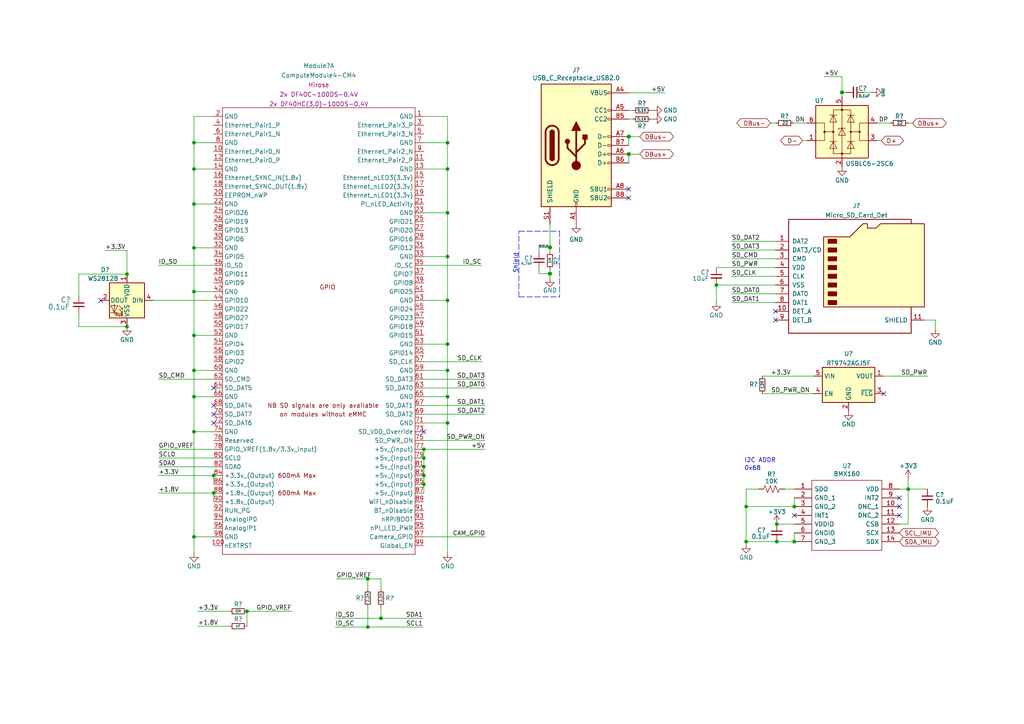
<source format=kicad_sch>
(kicad_sch (version 20211123) (generator eeschema)
  (paper "A4")
  (lib_symbols
    (symbol "CM4IO:ComputeModule4-CM4"
      (property "Reference" "Module" (at 113.03 -68.58 0))
      (property "Value" "ComputeModule4-CM4" (at 140.97 2.54 0))
      (property "Manufacturer" "Hirose" (at 0 0 0))
      (property "MPN" "2x DF40C-100DS-0.4V" (at 0 -2.54 0))
      (property "MPN (Alt)" "2x DF40HC(3.0)-100DS-0.4V" (at 0 0 0))
      (symbol "ComputeModule4-CM4_1_0"
        (text "GPIO" (at 0 6.35 0) (effects (font (size 1.27 1.27))))
      )
      (symbol "ComputeModule4-CM4_1_1"
        (text "600mA Max" (at -8.89 -53.34 0) (effects (font (size 1.27 1.27))))
        (text "600mA Max" (at -8.89 -48.26 0) (effects (font (size 1.27 1.27))))
        (text "NB SD signals are only available" (at -1.27 -27.94 0) (effects (font (size 1.27 1.27))))
        (text "on modules without eMMC" (at -1.27 -30.48 0) (effects (font (size 1.27 1.27))))
        (pin power_in line (at 27.94 55.88 180) (length 2.54) (name "GND") (number "1"))
        (pin passive line (at -33.02 45.72 0) (length 2.54) (name "Ethernet_Pair0_N") (number "10"))
        (pin output line (at -33.02 -68.58 0) (length 2.54) (name "nEXTRST") (number "100"))
        (pin passive line (at 27.94 43.18 180) (length 2.54) (name "Ethernet_Pair2_P") (number "11"))
        (pin passive line (at -33.02 43.18 0) (length 2.54) (name "Ethernet_Pair0_P") (number "12"))
        (pin power_in line (at 27.94 40.64 180) (length 2.54) (name "GND") (number "13"))
        (pin power_in line (at -33.02 40.64 0) (length 2.54) (name "GND") (number "14"))
        (pin output line (at 27.94 38.1 180) (length 2.54) (name "Ethernet_nLED3(3.3v)") (number "15"))
        (pin input line (at -33.02 38.1 0) (length 2.54) (name "Ethernet_SYNC_IN(1.8v)") (number "16"))
        (pin output line (at 27.94 35.56 180) (length 2.54) (name "Ethernet_nLED2(3.3v)") (number "17"))
        (pin input line (at -33.02 35.56 0) (length 2.54) (name "Ethernet_SYNC_OUT(1.8v)") (number "18"))
        (pin output line (at 27.94 33.02 180) (length 2.54) (name "Ethernet_nLED1(3.3v)") (number "19"))
        (pin power_in line (at -33.02 55.88 0) (length 2.54) (name "GND") (number "2"))
        (pin passive line (at -33.02 33.02 0) (length 2.54) (name "EEPROM_nWP") (number "20"))
        (pin open_collector line (at 27.94 30.48 180) (length 2.54) (name "PI_nLED_Activity") (number "21"))
        (pin power_in line (at -33.02 30.48 0) (length 2.54) (name "GND") (number "22"))
        (pin power_in line (at 27.94 27.94 180) (length 2.54) (name "GND") (number "23"))
        (pin passive line (at -33.02 27.94 0) (length 2.54) (name "GPIO26") (number "24"))
        (pin passive line (at 27.94 25.4 180) (length 2.54) (name "GPIO21") (number "25"))
        (pin passive line (at -33.02 25.4 0) (length 2.54) (name "GPIO19") (number "26"))
        (pin passive line (at 27.94 22.86 180) (length 2.54) (name "GPIO20") (number "27"))
        (pin passive line (at -33.02 22.86 0) (length 2.54) (name "GPIO13") (number "28"))
        (pin passive line (at 27.94 20.32 180) (length 2.54) (name "GPIO16") (number "29"))
        (pin passive line (at 27.94 53.34 180) (length 2.54) (name "Ethernet_Pair3_P") (number "3"))
        (pin passive line (at -33.02 20.32 0) (length 2.54) (name "GPIO6") (number "30"))
        (pin passive line (at 27.94 17.78 180) (length 2.54) (name "GPIO12") (number "31"))
        (pin power_in line (at -33.02 17.78 0) (length 2.54) (name "GND") (number "32"))
        (pin power_in line (at 27.94 15.24 180) (length 2.54) (name "GND") (number "33"))
        (pin passive line (at -33.02 15.24 0) (length 2.54) (name "GPIO5") (number "34"))
        (pin passive line (at 27.94 12.7 180) (length 2.54) (name "ID_SC") (number "35"))
        (pin passive line (at -33.02 12.7 0) (length 2.54) (name "ID_SD") (number "36"))
        (pin passive line (at 27.94 10.16 180) (length 2.54) (name "GPIO7") (number "37"))
        (pin passive line (at -33.02 10.16 0) (length 2.54) (name "GPIO11") (number "38"))
        (pin passive line (at 27.94 7.62 180) (length 2.54) (name "GPIO8") (number "39"))
        (pin passive line (at -33.02 53.34 0) (length 2.54) (name "Ethernet_Pair1_P") (number "4"))
        (pin passive line (at -33.02 7.62 0) (length 2.54) (name "GPIO9") (number "40"))
        (pin passive line (at 27.94 5.08 180) (length 2.54) (name "GPIO25") (number "41"))
        (pin power_in line (at -33.02 5.08 0) (length 2.54) (name "GND") (number "42"))
        (pin power_in line (at 27.94 2.54 180) (length 2.54) (name "GND") (number "43"))
        (pin passive line (at -33.02 2.54 0) (length 2.54) (name "GPIO10") (number "44"))
        (pin passive line (at 27.94 0 180) (length 2.54) (name "GPIO24") (number "45"))
        (pin passive line (at -33.02 0 0) (length 2.54) (name "GPIO22") (number "46"))
        (pin passive line (at 27.94 -2.54 180) (length 2.54) (name "GPIO23") (number "47"))
        (pin passive line (at -33.02 -2.54 0) (length 2.54) (name "GPIO27") (number "48"))
        (pin passive line (at 27.94 -5.08 180) (length 2.54) (name "GPIO18") (number "49"))
        (pin passive line (at 27.94 50.8 180) (length 2.54) (name "Ethernet_Pair3_N") (number "5"))
        (pin passive line (at -33.02 -5.08 0) (length 2.54) (name "GPIO17") (number "50"))
        (pin passive line (at 27.94 -7.62 180) (length 2.54) (name "GPIO15") (number "51"))
        (pin power_in line (at -33.02 -7.62 0) (length 2.54) (name "GND") (number "52"))
        (pin power_in line (at 27.94 -10.16 180) (length 2.54) (name "GND") (number "53"))
        (pin passive line (at -33.02 -10.16 0) (length 2.54) (name "GPIO4") (number "54"))
        (pin passive line (at 27.94 -12.7 180) (length 2.54) (name "GPIO14") (number "55"))
        (pin passive line (at -33.02 -12.7 0) (length 2.54) (name "GPIO3") (number "56"))
        (pin passive line (at 27.94 -15.24 180) (length 2.54) (name "SD_CLK") (number "57"))
        (pin passive line (at -33.02 -15.24 0) (length 2.54) (name "GPIO2") (number "58"))
        (pin power_in line (at 27.94 -17.78 180) (length 2.54) (name "GND") (number "59"))
        (pin passive line (at -33.02 50.8 0) (length 2.54) (name "Ethernet_Pair1_N") (number "6"))
        (pin power_in line (at -33.02 -17.78 0) (length 2.54) (name "GND") (number "60"))
        (pin passive line (at 27.94 -20.32 180) (length 2.54) (name "SD_DAT3") (number "61"))
        (pin passive line (at -33.02 -20.32 0) (length 2.54) (name "SD_CMD") (number "62"))
        (pin passive line (at 27.94 -22.86 180) (length 2.54) (name "SD_DAT0") (number "63"))
        (pin passive line (at -33.02 -22.86 0) (length 2.54) (name "SD_DAT5") (number "64"))
        (pin power_in line (at 27.94 -25.4 180) (length 2.54) (name "GND") (number "65"))
        (pin power_in line (at -33.02 -25.4 0) (length 2.54) (name "GND") (number "66"))
        (pin passive line (at 27.94 -27.94 180) (length 2.54) (name "SD_DAT1") (number "67"))
        (pin passive line (at -33.02 -27.94 0) (length 2.54) (name "SD_DAT4") (number "68"))
        (pin passive line (at 27.94 -30.48 180) (length 2.54) (name "SD_DAT2") (number "69"))
        (pin power_in line (at 27.94 48.26 180) (length 2.54) (name "GND") (number "7"))
        (pin passive line (at -33.02 -30.48 0) (length 2.54) (name "SD_DAT7") (number "70"))
        (pin power_in line (at 27.94 -33.02 180) (length 2.54) (name "GND") (number "71"))
        (pin passive line (at -33.02 -33.02 0) (length 2.54) (name "SD_DAT6") (number "72"))
        (pin input line (at 27.94 -35.56 180) (length 2.54) (name "SD_VDD_Override") (number "73"))
        (pin power_in line (at -33.02 -35.56 0) (length 2.54) (name "GND") (number "74"))
        (pin output line (at 27.94 -38.1 180) (length 2.54) (name "SD_PWR_ON") (number "75"))
        (pin passive line (at -33.02 -38.1 0) (length 2.54) (name "Reserved") (number "76"))
        (pin power_in line (at 27.94 -40.64 180) (length 2.54) (name "+5v_(Input)") (number "77"))
        (pin power_in line (at -33.02 -40.64 0) (length 2.54) (name "GPIO_VREF(1.8v/3.3v_Input)") (number "78"))
        (pin power_in line (at 27.94 -43.18 180) (length 2.54) (name "+5v_(Input)") (number "79"))
        (pin power_in line (at -33.02 48.26 0) (length 2.54) (name "GND") (number "8"))
        (pin passive line (at -33.02 -43.18 0) (length 2.54) (name "SCL0") (number "80"))
        (pin power_in line (at 27.94 -45.72 180) (length 2.54) (name "+5v_(Input)") (number "81"))
        (pin passive line (at -33.02 -45.72 0) (length 2.54) (name "SDA0") (number "82"))
        (pin power_in line (at 27.94 -48.26 180) (length 2.54) (name "+5v_(Input)") (number "83"))
        (pin power_out line (at -33.02 -48.26 0) (length 2.54) (name "+3.3v_(Output)") (number "84"))
        (pin power_in line (at 27.94 -50.8 180) (length 2.54) (name "+5v_(Input)") (number "85"))
        (pin power_out line (at -33.02 -50.8 0) (length 2.54) (name "+3.3v_(Output)") (number "86"))
        (pin power_in line (at 27.94 -53.34 180) (length 2.54) (name "+5v_(Input)") (number "87"))
        (pin power_out line (at -33.02 -53.34 0) (length 2.54) (name "+1.8v_(Output)") (number "88"))
        (pin power_in line (at 27.94 -55.88 180) (length 2.54) (name "WiFi_nDisable") (number "89"))
        (pin passive line (at 27.94 45.72 180) (length 2.54) (name "Ethernet_Pair2_N") (number "9"))
        (pin power_out line (at -33.02 -55.88 0) (length 2.54) (name "+1.8v_(Output)") (number "90"))
        (pin power_in line (at 27.94 -58.42 180) (length 2.54) (name "BT_nDisable") (number "91"))
        (pin passive line (at -33.02 -58.42 0) (length 2.54) (name "RUN_PG") (number "92"))
        (pin input line (at 27.94 -60.96 180) (length 2.54) (name "nRPIBOOT") (number "93"))
        (pin passive line (at -33.02 -60.96 0) (length 2.54) (name "AnalogIP0") (number "94"))
        (pin output line (at 27.94 -63.5 180) (length 2.54) (name "nPI_LED_PWR") (number "95"))
        (pin passive line (at -33.02 -63.5 0) (length 2.54) (name "AnalogIP1") (number "96"))
        (pin passive line (at 27.94 -66.04 180) (length 2.54) (name "Camera_GPIO") (number "97"))
        (pin power_in line (at -33.02 -66.04 0) (length 2.54) (name "GND") (number "98"))
        (pin input line (at 27.94 -68.58 180) (length 2.54) (name "Global_EN") (number "99"))
      )
      (symbol "ComputeModule4-CM4_2_1"
        (text "High Speed Serial" (at 140.97 0 0) (effects (font (size 1.27 1.27))))
        (pin input line (at 170.18 60.96 180) (length 5.08) (name "USB_OTG_ID") (number "101"))
        (pin input line (at 109.22 60.96 0) (length 5.08) (name "PCIe_CLK_nREQ") (number "102"))
        (pin passive line (at 170.18 58.42 180) (length 5.08) (name "USB2_N") (number "103"))
        (pin passive line (at 109.22 58.42 0) (length 5.08) (name "Reserved") (number "104"))
        (pin passive line (at 170.18 55.88 180) (length 5.08) (name "USB2_P") (number "105"))
        (pin passive line (at 109.22 55.88 0) (length 5.08) (name "Reserved") (number "106"))
        (pin power_in line (at 170.18 53.34 180) (length 5.08) (name "GND") (number "107"))
        (pin power_in line (at 109.22 53.34 0) (length 5.08) (name "GND") (number "108"))
        (pin bidirectional line (at 170.18 50.8 180) (length 5.08) (name "PCIe_nRST") (number "109"))
        (pin output line (at 109.22 50.8 0) (length 5.08) (name "PCIe_CLK_P") (number "110"))
        (pin passive line (at 170.18 48.26 180) (length 5.08) (name "VDAC_COMP") (number "111"))
        (pin output line (at 109.22 48.26 0) (length 5.08) (name "PCIe_CLK_N") (number "112"))
        (pin power_in line (at 170.18 45.72 180) (length 5.08) (name "GND") (number "113"))
        (pin power_in line (at 109.22 45.72 0) (length 5.08) (name "GND") (number "114"))
        (pin input line (at 170.18 43.18 180) (length 5.08) (name "CAM1_D0_N") (number "115"))
        (pin input line (at 109.22 43.18 0) (length 5.08) (name "PCIe_RX_P") (number "116"))
        (pin input line (at 170.18 40.64 180) (length 5.08) (name "CAM1_D0_P") (number "117"))
        (pin input line (at 109.22 40.64 0) (length 5.08) (name "PCIe_RX_N") (number "118"))
        (pin power_in line (at 170.18 38.1 180) (length 5.08) (name "GND") (number "119"))
        (pin power_in line (at 109.22 38.1 0) (length 5.08) (name "GND") (number "120"))
        (pin input line (at 170.18 35.56 180) (length 5.08) (name "CAM1_D1_N") (number "121"))
        (pin output line (at 109.22 35.56 0) (length 5.08) (name "PCIe_TX_P") (number "122"))
        (pin input line (at 170.18 33.02 180) (length 5.08) (name "CAM1_D1_P") (number "123"))
        (pin output line (at 109.22 33.02 0) (length 5.08) (name "PCIe_TX_N") (number "124"))
        (pin power_in line (at 170.18 30.48 180) (length 5.08) (name "GND") (number "125"))
        (pin power_in line (at 109.22 30.48 0) (length 5.08) (name "GND") (number "126"))
        (pin input line (at 170.18 27.94 180) (length 5.08) (name "CAM1_C_N") (number "127"))
        (pin input line (at 109.22 27.94 0) (length 5.08) (name "CAM0_D0_N") (number "128"))
        (pin input line (at 170.18 25.4 180) (length 5.08) (name "CAM1_C_P") (number "129"))
        (pin input line (at 109.22 25.4 0) (length 5.08) (name "CAM0_D0_P") (number "130"))
        (pin power_in line (at 170.18 22.86 180) (length 5.08) (name "GND") (number "131"))
        (pin power_in line (at 109.22 22.86 0) (length 5.08) (name "GND") (number "132"))
        (pin input line (at 170.18 20.32 180) (length 5.08) (name "CAM1_D2_N") (number "133"))
        (pin input line (at 109.22 20.32 0) (length 5.08) (name "CAM0_D1_N") (number "134"))
        (pin input line (at 170.18 17.78 180) (length 5.08) (name "CAM1_D2_P") (number "135"))
        (pin input line (at 109.22 17.78 0) (length 5.08) (name "CAM0_D1_P") (number "136"))
        (pin power_in line (at 170.18 15.24 180) (length 5.08) (name "GND") (number "137"))
        (pin power_in line (at 109.22 15.24 0) (length 5.08) (name "GND") (number "138"))
        (pin input line (at 170.18 12.7 180) (length 5.08) (name "CAM1_D3_N") (number "139"))
        (pin input line (at 109.22 12.7 0) (length 5.08) (name "CAM0_C_N") (number "140"))
        (pin input line (at 170.18 10.16 180) (length 5.08) (name "CAM1_D3_P") (number "141"))
        (pin input line (at 109.22 10.16 0) (length 5.08) (name "CAM0_C_P") (number "142"))
        (pin input line (at 170.18 7.62 180) (length 5.08) (name "HDMI1_HOTPLUG") (number "143"))
        (pin power_in line (at 109.22 7.62 0) (length 5.08) (name "GND") (number "144"))
        (pin bidirectional line (at 170.18 5.08 180) (length 5.08) (name "HDMI1_SDA") (number "145"))
        (pin output line (at 109.22 5.08 0) (length 5.08) (name "HDMI1_TX2_P") (number "146"))
        (pin open_collector line (at 170.18 2.54 180) (length 5.08) (name "HDMI1_SCL") (number "147"))
        (pin output line (at 109.22 2.54 0) (length 5.08) (name "HDMI1_TX2_N") (number "148"))
        (pin open_collector line (at 170.18 0 180) (length 5.08) (name "HDMI1_CEC") (number "149"))
        (pin power_in line (at 109.22 0 0) (length 5.08) (name "GND") (number "150"))
        (pin open_collector line (at 170.18 -2.54 180) (length 5.08) (name "HDMI0_CEC") (number "151"))
        (pin output line (at 109.22 -2.54 0) (length 5.08) (name "HDMI1_TX1_P") (number "152"))
        (pin input line (at 170.18 -5.08 180) (length 5.08) (name "HDMI0_HOTPLUG") (number "153"))
        (pin output line (at 109.22 -5.08 0) (length 5.08) (name "HDMI1_TX1_N") (number "154"))
        (pin power_in line (at 170.18 -7.62 180) (length 5.08) (name "GND") (number "155"))
        (pin power_in line (at 109.22 -7.62 0) (length 5.08) (name "GND") (number "156"))
        (pin output line (at 170.18 -10.16 180) (length 5.08) (name "DSI0_D0_N") (number "157"))
        (pin output line (at 109.22 -10.16 0) (length 5.08) (name "HDMI1_TX0_P") (number "158"))
        (pin output line (at 170.18 -12.7 180) (length 5.08) (name "DSI0_D0_P") (number "159"))
        (pin output line (at 109.22 -12.7 0) (length 5.08) (name "HDMI1_TX0_N") (number "160"))
        (pin power_in line (at 170.18 -15.24 180) (length 5.08) (name "GND") (number "161"))
        (pin power_in line (at 109.22 -15.24 0) (length 5.08) (name "GND") (number "162"))
        (pin output line (at 170.18 -17.78 180) (length 5.08) (name "DSI0_D1_N") (number "163"))
        (pin output line (at 109.22 -17.78 0) (length 5.08) (name "HDMI1_CLK_P") (number "164"))
        (pin output line (at 170.18 -20.32 180) (length 5.08) (name "DSI0_D1_P") (number "165"))
        (pin output line (at 109.22 -20.32 0) (length 5.08) (name "HDMI1_CLK_N") (number "166"))
        (pin power_in line (at 170.18 -22.86 180) (length 5.08) (name "GND") (number "167"))
        (pin power_in line (at 109.22 -22.86 0) (length 5.08) (name "GND") (number "168"))
        (pin output line (at 170.18 -25.4 180) (length 5.08) (name "DSI0_C_N") (number "169"))
        (pin output line (at 109.22 -25.4 0) (length 5.08) (name "HDMI0_TX2_P") (number "170"))
        (pin output line (at 170.18 -27.94 180) (length 5.08) (name "DSI0_C_P") (number "171"))
        (pin output line (at 109.22 -27.94 0) (length 5.08) (name "HDMI0_TX2_N") (number "172"))
        (pin power_in line (at 170.18 -30.48 180) (length 5.08) (name "GND") (number "173"))
        (pin power_in line (at 109.22 -30.48 0) (length 5.08) (name "GND") (number "174"))
        (pin output line (at 170.18 -33.02 180) (length 5.08) (name "DSI1_D0_N") (number "175"))
        (pin output line (at 109.22 -33.02 0) (length 5.08) (name "HDMI0_TX1_P") (number "176"))
        (pin output line (at 170.18 -35.56 180) (length 5.08) (name "DSI1_D0_P") (number "177"))
        (pin output line (at 109.22 -35.56 0) (length 5.08) (name "HDMI0_TX1_N") (number "178"))
        (pin power_in line (at 170.18 -38.1 180) (length 5.08) (name "GND") (number "179"))
        (pin power_in line (at 109.22 -38.1 0) (length 5.08) (name "GND") (number "180"))
        (pin output line (at 170.18 -40.64 180) (length 5.08) (name "DSI1_D1_N") (number "181"))
        (pin output line (at 109.22 -40.64 0) (length 5.08) (name "HDMI0_TX0_P") (number "182"))
        (pin output line (at 170.18 -43.18 180) (length 5.08) (name "DSI1_D1_P") (number "183"))
        (pin output line (at 109.22 -43.18 0) (length 5.08) (name "HDMI0_TX0_N") (number "184"))
        (pin power_in line (at 170.18 -45.72 180) (length 5.08) (name "GND") (number "185"))
        (pin power_in line (at 109.22 -45.72 0) (length 5.08) (name "GND") (number "186"))
        (pin output line (at 170.18 -48.26 180) (length 5.08) (name "DSI1_C_N") (number "187"))
        (pin output line (at 109.22 -48.26 0) (length 5.08) (name "HDMI0_CLK_P") (number "188"))
        (pin output line (at 170.18 -50.8 180) (length 5.08) (name "DSI1_C_P") (number "189"))
        (pin output line (at 109.22 -50.8 0) (length 5.08) (name "HDMI0_CLK_N") (number "190"))
        (pin power_in line (at 170.18 -53.34 180) (length 5.08) (name "GND") (number "191"))
        (pin power_in line (at 109.22 -53.34 0) (length 5.08) (name "GND") (number "192"))
        (pin output line (at 170.18 -55.88 180) (length 5.08) (name "DSI1_D2_N") (number "193"))
        (pin output line (at 109.22 -55.88 0) (length 5.08) (name "DSI1_D3_N") (number "194"))
        (pin output line (at 170.18 -58.42 180) (length 5.08) (name "DSI1_D2_P") (number "195"))
        (pin output line (at 109.22 -58.42 0) (length 5.08) (name "DSI1_D3_P") (number "196"))
        (pin power_in line (at 170.18 -60.96 180) (length 5.08) (name "GND") (number "197"))
        (pin power_in line (at 109.22 -60.96 0) (length 5.08) (name "GND") (number "198"))
        (pin bidirectional line (at 170.18 -63.5 180) (length 5.08) (name "HDMI0_SDA") (number "199"))
        (pin open_collector line (at 109.22 -63.5 0) (length 5.08) (name "HDMI0_SCL") (number "200"))
      )
    )
    (symbol "CM4IO:RT9742SNGV"
      (property "Reference" "U" (at -2.54 7.62 0))
      (property "Value" "RT9742SNGV" (at 3.81 -5.08 0))
      (symbol "RT9742SNGV_1_1"
        (pin power_in line (at -5.08 3.81 0) (length 2.54) (name "IN") (number "1"))
        (pin power_in line (at 10.16 3.81 180) (length 2.54) (name "OUT") (number "2"))
        (pin power_in line (at -5.08 -2.54 0) (length 2.54) (name "GND") (number "3"))
      )
    )
    (symbol "Connector:HDMI_C_1.4"
      (property "Reference" "J" (at -6.35 26.67 0))
      (property "Value" "HDMI_C_1.4" (at 10.16 26.67 0))
      (symbol "HDMI_C_1.4_1_1"
        (pin power_in line (at -5.08 -27.94 90) (length 2.54) (name "D2S") (number "1"))
        (pin power_in line (at 2.54 -27.94 90) (length 2.54) (name "CKS") (number "10"))
        (pin passive line (at -10.16 5.08 0) (length 2.54) (name "CK+") (number "11"))
        (pin passive line (at -10.16 2.54 0) (length 2.54) (name "CK-") (number "12"))
        (pin power_in line (at 5.08 -27.94 90) (length 2.54) (name "GND") (number "13"))
        (pin bidirectional line (at -10.16 -2.54 0) (length 2.54) (name "CEC") (number "14"))
        (pin passive line (at -10.16 -7.62 0) (length 2.54) (name "SCL") (number "15"))
        (pin bidirectional line (at -10.16 -10.16 0) (length 2.54) (name "SDA") (number "16"))
        (pin passive line (at -10.16 -15.24 0) (length 2.54) (name "UTILITY/HEAC+") (number "17"))
        (pin power_in line (at 0 27.94 270) (length 2.54) (name "+5V") (number "18"))
        (pin passive line (at -10.16 -17.78 0) (length 2.54) (name "HPD/HEAC-") (number "19"))
        (pin passive line (at -10.16 20.32 0) (length 2.54) (name "D2+") (number "2"))
        (pin passive line (at -10.16 17.78 0) (length 2.54) (name "D2-") (number "3"))
        (pin power_in line (at -2.54 -27.94 90) (length 2.54) (name "D1S") (number "4"))
        (pin passive line (at -10.16 15.24 0) (length 2.54) (name "D1+") (number "5"))
        (pin passive line (at -10.16 12.7 0) (length 2.54) (name "D1-") (number "6"))
        (pin power_in line (at 0 -27.94 90) (length 2.54) (name "D0S") (number "7"))
        (pin passive line (at -10.16 10.16 0) (length 2.54) (name "D0+") (number "8"))
        (pin passive line (at -10.16 7.62 0) (length 2.54) (name "D0-") (number "9"))
        (pin passive line (at 7.62 -27.94 90) (length 2.54) (name "SH") (number "SH"))
      )
    )
    (symbol "Connector:Micro_SD_Card_Det" (pin_names (offset 1.016))
      (property "Reference" "J" (at -16.51 17.78 0))
      (property "Value" "Micro_SD_Card_Det" (at 16.51 17.78 0))
      (symbol "Micro_SD_Card_Det_1_1"
        (pin bidirectional line (at -22.86 10.16 0) (length 3.81) (name "DAT2") (number "1"))
        (pin passive line (at -22.86 -10.16 0) (length 3.81) (name "DET_A") (number "10"))
        (pin passive line (at 20.32 -12.7 180) (length 3.81) (name "SHIELD") (number "11"))
        (pin bidirectional line (at -22.86 7.62 0) (length 3.81) (name "DAT3/CD") (number "2"))
        (pin input line (at -22.86 5.08 0) (length 3.81) (name "CMD") (number "3"))
        (pin power_in line (at -22.86 2.54 0) (length 3.81) (name "VDD") (number "4"))
        (pin input line (at -22.86 0 0) (length 3.81) (name "CLK") (number "5"))
        (pin power_in line (at -22.86 -2.54 0) (length 3.81) (name "VSS") (number "6"))
        (pin bidirectional line (at -22.86 -5.08 0) (length 3.81) (name "DAT0") (number "7"))
        (pin bidirectional line (at -22.86 -7.62 0) (length 3.81) (name "DAT1") (number "8"))
        (pin passive line (at -22.86 -12.7 0) (length 3.81) (name "DET_B") (number "9"))
      )
    )
    (symbol "Connector:USB_C_Receptacle_USB2.0" (pin_names (offset 1.016))
      (property "Reference" "J" (at -10.16 19.05 0))
      (property "Value" "USB_C_Receptacle_USB2.0" (at 19.05 19.05 0))
      (symbol "USB_C_Receptacle_USB2.0_1_1"
        (pin passive line (at 0 -22.86 90) (length 5.08) (name "GND") (number "A1"))
        (pin passive line (at 0 -22.86 90) (length 5.08) hide (name "GND") (number "A12"))
        (pin passive line (at 15.24 15.24 180) (length 5.08) (name "VBUS") (number "A4"))
        (pin bidirectional line (at 15.24 10.16 180) (length 5.08) (name "CC1") (number "A5"))
        (pin bidirectional line (at 15.24 -2.54 180) (length 5.08) (name "D+") (number "A6"))
        (pin bidirectional line (at 15.24 2.54 180) (length 5.08) (name "D-") (number "A7"))
        (pin bidirectional line (at 15.24 -12.7 180) (length 5.08) (name "SBU1") (number "A8"))
        (pin passive line (at 15.24 15.24 180) (length 5.08) hide (name "VBUS") (number "A9"))
        (pin passive line (at 0 -22.86 90) (length 5.08) hide (name "GND") (number "B1"))
        (pin passive line (at 0 -22.86 90) (length 5.08) hide (name "GND") (number "B12"))
        (pin passive line (at 15.24 15.24 180) (length 5.08) hide (name "VBUS") (number "B4"))
        (pin bidirectional line (at 15.24 7.62 180) (length 5.08) (name "CC2") (number "B5"))
        (pin bidirectional line (at 15.24 -5.08 180) (length 5.08) (name "D+") (number "B6"))
        (pin bidirectional line (at 15.24 0 180) (length 5.08) (name "D-") (number "B7"))
        (pin bidirectional line (at 15.24 -15.24 180) (length 5.08) (name "SBU2") (number "B8"))
        (pin passive line (at 15.24 15.24 180) (length 5.08) hide (name "VBUS") (number "B9"))
        (pin passive line (at -7.62 -22.86 90) (length 5.08) (name "SHIELD") (number "S1"))
      )
    )
    (symbol "Connector_Generic:Conn_01x22" (pin_names (offset 1.016) hide)
      (property "Reference" "J" (at 0 27.94 0))
      (property "Value" "Conn_01x22" (at 0 -30.48 0))
      (symbol "Conn_01x22_1_1"
        (pin passive line (at -5.08 25.4 0) (length 3.81) (name "Pin_1") (number "1"))
        (pin passive line (at -5.08 2.54 0) (length 3.81) (name "Pin_10") (number "10"))
        (pin passive line (at -5.08 0 0) (length 3.81) (name "Pin_11") (number "11"))
        (pin passive line (at -5.08 -2.54 0) (length 3.81) (name "Pin_12") (number "12"))
        (pin passive line (at -5.08 -5.08 0) (length 3.81) (name "Pin_13") (number "13"))
        (pin passive line (at -5.08 -7.62 0) (length 3.81) (name "Pin_14") (number "14"))
        (pin passive line (at -5.08 -10.16 0) (length 3.81) (name "Pin_15") (number "15"))
        (pin passive line (at -5.08 -12.7 0) (length 3.81) (name "Pin_16") (number "16"))
        (pin passive line (at -5.08 -15.24 0) (length 3.81) (name "Pin_17") (number "17"))
        (pin passive line (at -5.08 -17.78 0) (length 3.81) (name "Pin_18") (number "18"))
        (pin passive line (at -5.08 -20.32 0) (length 3.81) (name "Pin_19") (number "19"))
        (pin passive line (at -5.08 22.86 0) (length 3.81) (name "Pin_2") (number "2"))
        (pin passive line (at -5.08 -22.86 0) (length 3.81) (name "Pin_20") (number "20"))
        (pin passive line (at -5.08 -25.4 0) (length 3.81) (name "Pin_21") (number "21"))
        (pin passive line (at -5.08 -27.94 0) (length 3.81) (name "Pin_22") (number "22"))
        (pin passive line (at -5.08 20.32 0) (length 3.81) (name "Pin_3") (number "3"))
        (pin passive line (at -5.08 17.78 0) (length 3.81) (name "Pin_4") (number "4"))
        (pin passive line (at -5.08 15.24 0) (length 3.81) (name "Pin_5") (number "5"))
        (pin passive line (at -5.08 12.7 0) (length 3.81) (name "Pin_6") (number "6"))
        (pin passive line (at -5.08 10.16 0) (length 3.81) (name "Pin_7") (number "7"))
        (pin passive line (at -5.08 7.62 0) (length 3.81) (name "Pin_8") (number "8"))
        (pin passive line (at -5.08 5.08 0) (length 3.81) (name "Pin_9") (number "9"))
      )
    )
    (symbol "Device:C" (pin_numbers hide) (pin_names (offset 0.254))
      (property "Reference" "C" (at 0.635 2.54 0))
      (property "Value" "C" (at 0.635 -2.54 0))
      (symbol "C_1_1"
        (pin passive line (at 0 3.81 270) (length 2.794) (name "~") (number "1"))
        (pin passive line (at 0 -3.81 90) (length 2.794) (name "~") (number "2"))
      )
    )
    (symbol "Device:C_Small" (pin_numbers hide) (pin_names (offset 0.254) hide)
      (property "Reference" "C" (at 0.254 1.778 0))
      (property "Value" "C_Small" (at 0.254 -2.032 0))
      (symbol "C_Small_1_1"
        (pin passive line (at 0 2.54 270) (length 2.032) (name "~") (number "1"))
        (pin passive line (at 0 -2.54 90) (length 2.032) (name "~") (number "2"))
      )
    )
    (symbol "Device:R_Small" (pin_numbers hide) (pin_names (offset 0.254) hide)
      (property "Reference" "R" (at 0.762 0.508 0))
      (property "Value" "R_Small" (at 0.762 -1.016 0))
      (symbol "R_Small_1_1"
        (pin passive line (at 0 2.54 270) (length 0.762) (name "~") (number "1"))
        (pin passive line (at 0 -2.54 90) (length 0.762) (name "~") (number "2"))
      )
    )
    (symbol "Device:R_US" (pin_numbers hide) (pin_names (offset 0))
      (property "Reference" "R" (at 2.54 0 90))
      (property "Value" "R_US" (at -2.54 0 90))
      (symbol "R_US_1_1"
        (pin passive line (at 0 3.81 270) (length 1.27) (name "~") (number "1"))
        (pin passive line (at 0 -3.81 90) (length 1.27) (name "~") (number "2"))
      )
    )
    (symbol "LED:WS2812B" (pin_names (offset 0.254))
      (property "Reference" "D" (at 5.08 5.715 0))
      (property "Value" "WS2812B" (at 1.27 -5.715 0))
      (symbol "WS2812B_0_0"
        (text "RGB" (at 2.286 -4.191 0) (effects (font (size 0.762 0.762))))
      )
      (symbol "WS2812B_1_1"
        (pin power_in line (at 0 7.62 270) (length 2.54) (name "VDD") (number "1"))
        (pin output line (at 7.62 0 180) (length 2.54) (name "DOUT") (number "2"))
        (pin power_in line (at 0 -7.62 90) (length 2.54) (name "VSS") (number "3"))
        (pin input line (at -7.62 0 0) (length 2.54) (name "DIN") (number "4"))
      )
    )
    (symbol "Power_Management:RT9742AGJ5F"
      (property "Reference" "U" (at 0 10.16 0))
      (property "Value" "RT9742AGJ5F" (at 0 7.62 0))
      (symbol "RT9742AGJ5F_1_1"
        (pin power_out line (at 10.16 2.54 180) (length 2.54) (name "VOUT") (number "1"))
        (pin power_in line (at 0 -7.62 90) (length 2.54) (name "GND") (number "2"))
        (pin open_collector line (at 10.16 -2.54 180) (length 2.54) (name "~{FLG}") (number "3"))
        (pin input line (at -10.16 -2.54 0) (length 2.54) (name "EN") (number "4"))
        (pin power_in line (at -10.16 2.54 0) (length 2.54) (name "VIN") (number "5"))
      )
    )
    (symbol "Power_Protection:USBLC6-2SC6" (pin_names hide)
      (property "Reference" "U" (at 2.54 8.89 0))
      (property "Value" "USBLC6-2SC6" (at 2.54 -8.89 0))
      (symbol "USBLC6-2SC6_1_1"
        (pin passive line (at -10.16 -2.54 0) (length 2.54) (name "I/O1") (number "1"))
        (pin passive line (at 0 -10.16 90) (length 2.54) (name "GND") (number "2"))
        (pin passive line (at 10.16 -2.54 180) (length 2.54) (name "I/O2") (number "3"))
        (pin passive line (at 10.16 2.54 180) (length 2.54) (name "I/O2") (number "4"))
        (pin passive line (at 0 10.16 270) (length 2.54) (name "VBUS") (number "5"))
        (pin passive line (at -10.16 2.54 0) (length 2.54) (name "I/O1") (number "6"))
      )
    )
    (symbol "Transistor_BJT:MBT2222ADW1T1" (pin_names (offset 0) hide)
      (property "Reference" "Q" (at 5.08 1.27 0))
      (property "Value" "MBT2222ADW1T1" (at 5.08 -1.27 0))
      (symbol "MBT2222ADW1T1_1_1"
        (pin passive line (at 2.54 -5.08 90) (length 2.54) (name "E1") (number "1"))
        (pin input line (at -5.08 0 0) (length 2.54) (name "B1") (number "2"))
        (pin passive line (at 2.54 5.08 270) (length 2.54) (name "C1") (number "6"))
      )
      (symbol "MBT2222ADW1T1_2_1"
        (pin passive line (at 2.54 5.08 270) (length 2.54) (name "C2") (number "3"))
        (pin passive line (at 2.54 -5.08 90) (length 2.54) (name "E2") (number "4"))
        (pin input line (at -5.08 0 0) (length 2.54) (name "B2") (number "5"))
      )
    )
    (symbol "mainboard:3.3V" (power) (pin_names (offset 1.016))
      (property "Value" "3.3V" (at -1.016 3.556 0))
      (symbol "3.3V_1_0"
        (pin power_in line (at 0 0 90) (length 2.54) (name "3.3V") (number "1"))
      )
    )
    (symbol "mainboard:BMX160-symbols" (pin_names (offset 0.762))
      (property "Reference" "IC" (at 26.67 7.62 0))
      (property "Value" "BMX160-symbols" (at 26.67 5.08 0))
      (symbol "BMX160-symbols_0_0"
        (pin bidirectional line (at 0 0 0) (length 5.08) (name "SDO") (number "1"))
        (pin bidirectional line (at 30.48 -5.08 180) (length 5.08) (name "DNC_1") (number "10"))
        (pin bidirectional line (at 30.48 -7.62 180) (length 5.08) (name "DNC_2") (number "11"))
        (pin bidirectional line (at 30.48 -10.16 180) (length 5.08) (name "CSB") (number "12"))
        (pin bidirectional line (at 30.48 -12.7 180) (length 5.08) (name "SCX") (number "13"))
        (pin bidirectional line (at 30.48 -15.24 180) (length 5.08) (name "SDX") (number "14"))
        (pin bidirectional line (at 0 -2.54 0) (length 5.08) (name "GND_1") (number "2"))
        (pin bidirectional line (at 0 -5.08 0) (length 5.08) (name "GND_2") (number "3"))
        (pin bidirectional line (at 0 -7.62 0) (length 5.08) (name "INT1") (number "4"))
        (pin bidirectional line (at 0 -10.16 0) (length 5.08) (name "VDDIO") (number "5"))
        (pin bidirectional line (at 0 -12.7 0) (length 5.08) (name "GNDIO") (number "6"))
        (pin bidirectional line (at 0 -15.24 0) (length 5.08) (name "GND_3") (number "7"))
        (pin bidirectional line (at 30.48 0 180) (length 5.08) (name "VDD") (number "8"))
        (pin bidirectional line (at 30.48 -2.54 180) (length 5.08) (name "INT2") (number "9"))
      )
    )
    (symbol "mainboard:BSS138DWQ-7" (pin_names (offset 0.762) hide)
      (property "Reference" "Q" (at -2.54 5.08 0))
      (property "Value" "BSS138DWQ-7" (at 3.81 6.35 0))
      (symbol "BSS138DWQ-7_1_1"
        (pin passive line (at 1.27 -5.08 90) (length 2.54) (name "S2") (number "1"))
        (pin input line (at -6.35 0 0) (length 2.54) (name "G2") (number "2"))
        (pin passive line (at 1.27 5.08 270) (length 2.54) (name "D1") (number "6"))
      )
      (symbol "BSS138DWQ-7_2_1"
        (pin passive line (at 1.27 5.08 270) (length 2.54) (name "D2") (number "3"))
        (pin passive line (at 1.27 -5.08 90) (length 2.54) (name "S1") (number "4"))
        (pin input line (at -6.35 0 0) (length 2.54) (name "G1") (number "5"))
      )
    )
    (symbol "mainboard:C_Small" (pin_numbers hide) (pin_names (offset 0.254) hide)
      (property "Reference" "C" (at 0.254 1.778 0))
      (property "Value" "C_Small" (at 0.254 -2.032 0))
      (symbol "C_Small_1_1"
        (pin passive line (at 0 2.54 270) (length 2.032) (name "~") (number "1"))
        (pin passive line (at 0 -2.54 90) (length 2.032) (name "~") (number "2"))
      )
    )
    (symbol "mainboard:GND" (power) (pin_names (offset 1.016))
      (property "Value" "GND" (at -2.54 -2.54 0))
      (symbol "GND_1_0"
        (pin power_in line (at 0 2.54 270) (length 2.54) (name "GND") (number "1"))
      )
    )
    (symbol "mainboard:MAX708RESA-T-symbols" (pin_names (offset 1.016))
      (property "Reference" "U" (at 15.5956 9.1186 0))
      (property "Value" "MAX708RESA-T-symbols" (at 14.9606 6.5786 0))
      (symbol "MAX708RESA-T-symbols_1_0"
        (pin input line (at 2.54 -2.54 0) (length 5.08) (name "~{MR}") (number "1"))
        (pin power_in line (at 2.54 2.54 0) (length 5.08) (name "VCC") (number "2"))
        (pin power_in line (at 38.1 -12.7 180) (length 5.08) (name "GND") (number "3"))
        (pin input line (at 2.54 -7.62 0) (length 5.08) (name "PFI") (number "4"))
        (pin output line (at 38.1 -2.54 180) (length 5.08) (name "~{PFO}") (number "5"))
        (pin input line (at 2.54 -12.7 0) (length 5.08) (name "~{WDI}") (number "6"))
        (pin output line (at 38.1 2.54 180) (length 5.08) (name "~{RESET}") (number "7"))
        (pin output line (at 38.1 -7.62 180) (length 5.08) (name "~{WDO}") (number "8"))
      )
    )
    (symbol "power:+3V3" (power) (pin_names (offset 0))
      (property "Value" "+3V3" (at 0 3.556 0))
      (symbol "+3V3_1_1"
        (pin power_in line (at 0 0 90) (length 0) hide (name "+3V3") (number "1"))
      )
    )
    (symbol "power:GND" (power) (pin_names (offset 0))
      (property "Value" "GND" (at 0 -3.81 0))
      (symbol "GND_1_1"
        (pin power_in line (at 0 0 270) (length 0) hide (name "GND") (number "1"))
      )
    )
  )
  (junction (at 328.295 140.462))
  (junction (at 456.692 49.149))
  (junction (at 129.794 49.022))
  (junction (at 110.49 179.324))
  (junction (at 71.628 177.292))
  (junction (at 554.101 94.107))
  (junction (at 546.481 94.107))
  (junction (at 394.97 64.262))
  (junction (at 394.97 87.122))
  (junction (at 56.261 155.702))
  (junction (at 85.852 252.222))
  (junction (at 225.298 157.099))
  (junction (at 394.97 71.882))
  (junction (at 108.712 280.162))
  (junction (at 54.102 267.462))
  (junction (at 129.794 115.062))
  (junction (at 328.295 56.642))
  (junction (at 129.794 87.122))
  (junction (at 122.936 130.302))
  (junction (at 61.722 226.822))
  (junction (at 328.295 148.082))
  (junction (at 328.295 102.362))
  (junction (at 159.512 71.755) (diameter 1.016))
  (junction (at 394.97 117.602))
  (junction (at 61.976 137.922))
  (junction (at 328.295 117.602))
  (junction (at 394.97 109.982))
  (junction (at 56.261 107.442))
  (junction (at 328.295 109.982))
  (junction (at 129.794 74.422))
  (junction (at 66.802 280.162))
  (junction (at 328.295 132.842))
  (junction (at 56.261 49.022))
  (junction (at 230.378 157.099))
  (junction (at 207.772 82.677))
  (junction (at 98.552 242.062))
  (junction (at 328.295 71.882))
  (junction (at 106.68 167.894))
  (junction (at 56.261 71.882))
  (junction (at 56.261 97.282))
  (junction (at 56.261 115.062))
  (junction (at 122.936 132.842))
  (junction (at 456.692 72.009))
  (junction (at 61.722 234.442))
  (junction (at 394.97 56.642))
  (junction (at 122.936 137.922))
  (junction (at -33.401 26.543))
  (junction (at 328.295 163.322))
  (junction (at 101.092 280.162))
  (junction (at 108.712 242.062))
  (junction (at 129.794 99.822))
  (junction (at 108.712 259.842))
  (junction (at 182.372 39.624) (diameter 1.016))
  (junction (at 56.642 242.062))
  (junction (at 129.794 107.442))
  (junction (at 456.692 135.128))
  (junction (at 225.298 152.019))
  (junction (at 56.261 41.402))
  (junction (at 394.97 140.462))
  (junction (at 244.221 26.797) (diameter 1.016))
  (junction (at 230.378 146.939))
  (junction (at 456.692 87.249))
  (junction (at 530.987 116.459) (diameter 1.016))
  (junction (at 456.692 150.368))
  (junction (at 394.97 163.322))
  (junction (at 108.712 250.952))
  (junction (at 328.295 94.742))
  (junction (at 103.632 234.442))
  (junction (at -33.401 36.703))
  (junction (at 263.398 141.859))
  (junction (at 394.97 79.502))
  (junction (at 129.794 61.722))
  (junction (at 456.692 56.769))
  (junction (at 394.97 132.842))
  (junction (at 328.295 125.222))
  (junction (at 394.97 155.702))
  (junction (at 36.83 94.742))
  (junction (at 456.692 64.389))
  (junction (at 394.97 125.222))
  (junction (at 456.692 142.748))
  (junction (at 456.692 127.508))
  (junction (at 103.632 226.822))
  (junction (at 66.802 272.542))
  (junction (at 394.97 148.082))
  (junction (at 56.261 59.182))
  (junction (at 129.794 41.402))
  (junction (at 456.692 119.888))
  (junction (at 61.976 143.002))
  (junction (at 456.692 157.988))
  (junction (at 328.295 87.122))
  (junction (at 122.936 140.462))
  (junction (at 56.261 84.582))
  (junction (at 59.182 280.162))
  (junction (at 66.802 250.952))
  (junction (at 66.802 242.062))
  (junction (at 456.692 79.629))
  (junction (at 549.021 94.107))
  (junction (at 328.295 155.702))
  (junction (at 328.295 79.502))
  (junction (at 129.794 122.682))
  (junction (at 564.007 116.459) (diameter 1.016))
  (junction (at 106.68 181.864))
  (junction (at 182.372 44.704) (diameter 1.016))
  (junction (at 108.712 272.542))
  (junction (at 66.802 259.842))
  (junction (at 216.408 157.099))
  (junction (at 122.936 135.382))
  (junction (at 96.012 267.462))
  (junction (at 43.942 252.222))
  (junction (at 216.408 146.939))
  (junction (at 56.261 125.222))
  (junction (at 159.512 79.375) (diameter 1.016))
  (junction (at 328.295 64.262))
  (junction (at -79.121 36.703))
  (junction (at 551.561 94.107))
  (junction (at 36.83 79.502))
  (no_connect (at 461.264 84.709))
  (no_connect (at 122.936 125.222))
  (no_connect (at -72.771 31.623))
  (no_connect (at 461.264 155.448))
  (no_connect (at 256.286 114.173))
  (no_connect (at 260.858 146.939))
  (no_connect (at 224.917 92.837))
  (no_connect (at 224.917 90.297))
  (no_connect (at 392.049 112.522))
  (no_connect (at 392.049 115.062))
  (no_connect (at 331.089 160.782))
  (no_connect (at 331.089 158.242))
  (no_connect (at 392.049 120.142))
  (no_connect (at 392.049 122.682))
  (no_connect (at 392.049 135.382))
  (no_connect (at 392.049 137.922))
  (no_connect (at 392.049 143.002))
  (no_connect (at 392.049 127.762))
  (no_connect (at 392.049 130.302))
  (no_connect (at 392.049 145.542))
  (no_connect (at 392.049 150.622))
  (no_connect (at 392.049 153.162))
  (no_connect (at 392.049 160.782))
  (no_connect (at 392.049 158.242))
  (no_connect (at 538.861 81.407))
  (no_connect (at 461.264 69.469))
  (no_connect (at 461.264 74.549))
  (no_connect (at 461.264 77.089))
  (no_connect (at 461.264 66.929))
  (no_connect (at 61.976 117.602))
  (no_connect (at 61.976 120.142))
  (no_connect (at 61.976 122.682))
  (no_connect (at 61.976 112.522))
  (no_connect (at 331.089 97.282))
  (no_connect (at 331.089 99.822))
  (no_connect (at 331.089 104.902))
  (no_connect (at 331.089 107.442))
  (no_connect (at 331.089 112.522))
  (no_connect (at 331.089 115.062))
  (no_connect (at 331.089 120.142))
  (no_connect (at 331.089 122.682))
  (no_connect (at 392.049 102.362))
  (no_connect (at 392.049 99.822))
  (no_connect (at 392.049 97.282))
  (no_connect (at 392.049 94.742))
  (no_connect (at -37.211 31.623))
  (no_connect (at 29.21 87.122))
  (no_connect (at 260.858 144.399))
  (no_connect (at 260.858 149.479))
  (no_connect (at 230.378 149.479))
  (no_connect (at 182.372 57.404))
  (no_connect (at 182.372 54.864))
  (wire (pts (xy 456.692 142.748) (xy 456.692 150.368)))
  (wire (pts (xy 328.295 163.322) (xy 331.089 163.322)))
  (wire (pts (xy 159.512 71.755) (xy 159.512 73.025)))
  (wire (pts (xy 216.408 157.861) (xy 216.408 157.099)))
  (wire (pts (xy 182.372 26.924) (xy 192.913 26.924)))
  (wire (pts (xy 188.722 32.004) (xy 189.357 32.004)))
  (wire (pts (xy 212.217 72.517) (xy 224.917 72.517)))
  (wire (pts (xy 328.295 163.322) (xy 328.295 169.037)))
  (wire (pts (xy 56.261 33.782) (xy 56.261 41.402)))
  (wire (pts (xy 394.97 140.462) (xy 394.97 148.082)))
  (wire (pts (xy 444.754 44.069) (xy 461.264 44.069)))
  (wire (pts (xy 328.295 155.702) (xy 328.295 163.322)))
  (wire (pts (xy 43.942 252.222) (xy 43.942 234.442)))
  (wire (pts (xy 546.481 94.107) (xy 549.021 94.107)))
  (wire (pts (xy 159.512 65.024) (xy 159.512 71.755)))
  (wire (pts (xy 331.089 135.382) (xy 314.579 135.382)))
  (wire (pts (xy -33.401 31.623) (xy -33.401 36.703)))
  (wire (pts (xy 328.295 140.462) (xy 331.089 140.462)))
  (wire (pts (xy 392.049 155.702) (xy 394.97 155.702)))
  (wire (pts (xy 394.97 56.642) (xy 394.97 64.262)))
  (wire (pts (xy 394.97 155.702) (xy 394.97 163.322)))
  (wire (pts (xy 129.794 87.122) (xy 129.794 99.822)))
  (wire (pts (xy 461.264 89.789) (xy 444.754 89.789)))
  (wire (pts (xy 106.68 167.894) (xy 106.68 170.942)))
  (wire (pts (xy 216.408 146.939) (xy 230.378 146.939)))
  (wire (pts (xy 456.692 119.888) (xy 456.692 127.508)))
  (wire (pts (xy 408.559 92.202) (xy 392.049 92.202)))
  (wire (pts (xy 56.261 59.182) (xy 61.976 59.182)))
  (wire (pts (xy 85.852 252.222) (xy 85.852 234.442)))
  (wire (pts (xy 456.692 87.249) (xy 461.264 87.249)))
  (wire (pts (xy 56.261 41.402) (xy 56.261 49.022)))
  (wire (pts (xy 245.491 26.797) (xy 244.221 26.797)))
  (wire (pts (xy 59.182 280.162) (xy 66.802 280.162)))
  (wire (pts (xy 66.802 250.952) (xy 66.802 242.062)))
  (wire (pts (xy 314.579 165.862) (xy 331.089 165.862)))
  (wire (pts (xy 207.772 82.677) (xy 224.917 82.677)))
  (wire (pts (xy 122.936 130.302) (xy 140.716 130.302)))
  (wire (pts (xy 122.936 107.442) (xy 129.794 107.442)))
  (wire (pts (xy 392.049 79.502) (xy 394.97 79.502)))
  (wire (pts (xy 182.372 34.544) (xy 183.642 34.544)))
  (wire (pts (xy 44.45 87.122) (xy 61.976 87.122)))
  (wire (pts (xy 456.692 135.128) (xy 456.692 142.748)))
  (wire (pts (xy 59.182 277.622) (xy 59.182 280.162)))
  (wire (pts (xy 444.754 132.588) (xy 461.264 132.588)))
  (wire (pts (xy 212.217 75.057) (xy 224.917 75.057)))
  (wire (pts (xy 522.351 53.467) (xy 538.861 53.467)))
  (wire (pts (xy 108.712 259.842) (xy 108.712 250.952)))
  (wire (pts (xy 122.936 74.422) (xy 129.794 74.422)))
  (wire (pts (xy 122.936 76.962) (xy 139.7 76.962)))
  (wire (pts (xy 392.049 64.262) (xy 394.97 64.262)))
  (wire (pts (xy 98.552 242.062) (xy 98.552 259.842)))
  (wire (pts (xy 122.936 127.762) (xy 140.716 127.762)))
  (wire (pts (xy 212.217 85.217) (xy 224.917 85.217)))
  (wire (pts (xy 456.692 157.988) (xy 456.692 165.735)))
  (wire (pts (xy 525.907 116.459) (xy 530.987 116.459)))
  (wire (pts (xy 156.337 79.375) (xy 159.512 79.375)))
  (wire (pts (xy 188.722 34.544) (xy 189.357 34.544)))
  (polyline (pts (xy 150.495 67.056) (xy 162.306 67.056)) (stroke (width 0) (type dash)))
  (wire (pts (xy 444.754 137.668) (xy 461.264 137.668)))
  (wire (pts (xy 129.794 74.422) (xy 129.794 87.122)))
  (wire (pts (xy 522.351 63.627) (xy 538.861 63.627)))
  (wire (pts (xy 328.295 148.082) (xy 331.089 148.082)))
  (wire (pts (xy 56.261 97.282) (xy 61.976 97.282)))
  (wire (pts (xy 461.264 92.329) (xy 444.754 92.329)))
  (wire (pts (xy 212.217 87.757) (xy 224.917 87.757)))
  (wire (pts (xy 456.692 72.009) (xy 456.692 79.629)))
  (wire (pts (xy 85.852 252.222) (xy 93.472 252.222)))
  (wire (pts (xy 268.097 92.837) (xy 271.272 92.837)))
  (wire (pts (xy 43.942 234.442) (xy 61.722 234.442)))
  (wire (pts (xy 239.014 22.225) (xy 244.221 22.225)))
  (wire (pts (xy 564.007 116.459) (xy 574.167 116.459)))
  (wire (pts (xy 456.692 49.149) (xy 456.692 56.769)))
  (wire (pts (xy 456.692 127.508) (xy 456.692 135.128)))
  (wire (pts (xy 392.049 132.842) (xy 394.97 132.842)))
  (wire (pts (xy 444.754 114.808) (xy 461.264 114.808)))
  (wire (pts (xy 22.86 79.502) (xy 22.86 85.852)))
  (wire (pts (xy 122.936 130.302) (xy 122.936 132.842)))
  (wire (pts (xy 444.754 130.048) (xy 461.264 130.048)))
  (wire (pts (xy 129.794 33.782) (xy 129.794 41.402)))
  (wire (pts (xy 182.372 44.704) (xy 185.547 44.704)))
  (wire (pts (xy 331.089 153.162) (xy 314.579 153.162)))
  (wire (pts (xy 394.97 64.262) (xy 394.97 71.882)))
  (wire (pts (xy 392.049 109.982) (xy 394.97 109.982)))
  (wire (pts (xy 328.295 117.602) (xy 331.089 117.602)))
  (wire (pts (xy 61.976 137.922) (xy 61.976 140.462)))
  (wire (pts (xy 328.295 102.362) (xy 328.295 109.982)))
  (wire (pts (xy 156.337 71.755) (xy 156.337 73.025)))
  (wire (pts (xy 43.942 272.542) (xy 43.942 280.162)))
  (wire (pts (xy 331.089 132.842) (xy 328.295 132.842)))
  (wire (pts (xy 254.381 40.767) (xy 255.651 40.767)))
  (wire (pts (xy 444.754 140.208) (xy 461.264 140.208)))
  (wire (pts (xy 106.68 181.864) (xy 122.682 181.864)))
  (wire (pts (xy 522.351 61.087) (xy 538.861 61.087)))
  (wire (pts (xy 331.089 74.422) (xy 314.579 74.422)))
  (wire (pts (xy 59.182 267.462) (xy 54.102 267.462)))
  (wire (pts (xy 66.802 233.172) (xy 66.802 226.822)))
  (wire (pts (xy 328.295 94.742) (xy 328.295 102.362)))
  (wire (pts (xy 122.936 117.602) (xy 140.716 117.602)))
  (wire (pts (xy 54.102 267.462) (xy 51.562 267.462)))
  (wire (pts (xy 61.976 33.782) (xy 56.261 33.782)))
  (wire (pts (xy 129.794 49.022) (xy 129.794 61.722)))
  (wire (pts (xy 328.295 109.982) (xy 331.089 109.982)))
  (wire (pts (xy 122.936 137.922) (xy 122.936 140.462)))
  (wire (pts (xy -79.121 26.543) (xy -79.121 36.703)))
  (wire (pts (xy 122.936 155.702) (xy 140.716 155.702)))
  (wire (pts (xy 461.264 163.068) (xy 444.754 163.068)))
  (wire (pts (xy 227.584 141.859) (xy 230.378 141.859)))
  (wire (pts (xy 156.337 78.105) (xy 156.337 79.375)))
  (wire (pts (xy 456.692 56.769) (xy 456.692 64.389)))
  (wire (pts (xy 392.049 107.442) (xy 408.559 107.442)))
  (wire (pts (xy 461.264 165.608) (xy 444.754 165.608)))
  (wire (pts (xy 392.049 84.582) (xy 408.559 84.582)))
  (wire (pts (xy 254.381 35.687) (xy 258.318 35.687)))
  (wire (pts (xy 522.351 68.707) (xy 538.861 68.707)))
  (wire (pts (xy 159.512 79.375) (xy 159.512 78.105)))
  (wire (pts (xy 444.754 122.428) (xy 461.264 122.428)))
  (wire (pts (xy 461.264 41.529) (xy 456.692 41.529)))
  (wire (pts (xy 444.754 54.229) (xy 461.264 54.229)))
  (wire (pts (xy 314.579 130.302) (xy 331.089 130.302)))
  (wire (pts (xy 22.86 94.742) (xy 36.83 94.742)))
  (wire (pts (xy 43.942 280.162) (xy 59.182 280.162)))
  (wire (pts (xy -33.401 26.543) (xy -33.401 21.463)))
  (wire (pts (xy 557.657 116.459) (xy 564.007 116.459)))
  (wire (pts (xy 461.264 160.528) (xy 444.754 160.528)))
  (wire (pts (xy 66.802 262.382) (xy 66.802 259.842)))
  (wire (pts (xy 244.221 22.225) (xy 244.221 26.797)))
  (wire (pts (xy 328.295 71.882) (xy 331.089 71.882)))
  (wire (pts (xy 122.936 61.722) (xy 129.794 61.722)))
  (wire (pts (xy 263.398 138.811) (xy 263.398 141.859)))
  (wire (pts (xy 328.295 87.122) (xy 331.089 87.122)))
  (wire (pts (xy 122.936 132.842) (xy 122.936 135.382)))
  (wire (pts (xy 328.295 155.702) (xy 331.089 155.702)))
  (wire (pts (xy 129.794 61.722) (xy 129.794 74.422)))
  (wire (pts (xy 394.97 117.602) (xy 394.97 125.222)))
  (wire (pts (xy 394.97 148.082) (xy 394.97 155.702)))
  (wire (pts (xy 230.378 144.399) (xy 230.378 146.939)))
  (wire (pts (xy 314.579 92.202) (xy 331.089 92.202)))
  (wire (pts (xy 392.049 104.902) (xy 408.559 104.902)))
  (wire (pts (xy 530.987 116.459) (xy 542.417 116.459)))
  (wire (pts (xy 392.049 125.222) (xy 394.97 125.222)))
  (wire (pts (xy 263.398 141.859) (xy 260.858 141.859)))
  (wire (pts (xy 101.092 277.622) (xy 101.092 280.162)))
  (wire (pts (xy 69.342 250.952) (xy 66.802 250.952)))
  (wire (pts (xy 221.107 114.173) (xy 235.966 114.173)))
  (wire (pts (xy 456.692 64.389) (xy 456.692 72.009)))
  (wire (pts (xy 328.295 71.882) (xy 328.295 79.502)))
  (wire (pts (xy 456.692 119.888) (xy 461.264 119.888)))
  (wire (pts (xy 522.351 58.547) (xy 538.861 58.547)))
  (wire (pts (xy 85.852 234.442) (xy 103.632 234.442)))
  (wire (pts (xy 522.351 76.327) (xy 538.861 76.327)))
  (wire (pts (xy 106.68 167.894) (xy 110.49 167.894)))
  (wire (pts (xy 444.754 147.828) (xy 461.264 147.828)))
  (wire (pts (xy -72.771 26.543) (xy -79.121 26.543)))
  (wire (pts (xy 36.83 79.502) (xy 36.83 72.644)))
  (wire (pts (xy 45.974 130.302) (xy 61.976 130.302)))
  (wire (pts (xy 45.974 143.002) (xy 61.976 143.002)))
  (wire (pts (xy 182.372 39.624) (xy 182.372 42.164)))
  (wire (pts (xy 392.049 74.422) (xy 408.559 74.422)))
  (wire (pts (xy 221.107 109.093) (xy 235.966 109.093)))
  (wire (pts (xy 85.852 262.382) (xy 85.852 252.222)))
  (wire (pts (xy 392.049 49.022) (xy 394.97 49.022)))
  (wire (pts (xy 444.754 145.288) (xy 461.264 145.288)))
  (wire (pts (xy 394.97 109.982) (xy 394.97 117.602)))
  (wire (pts (xy 94.742 242.062) (xy 98.552 242.062)))
  (wire (pts (xy 456.692 150.368) (xy 456.692 157.988)))
  (wire (pts (xy 314.579 127.762) (xy 331.089 127.762)))
  (wire (pts (xy 212.217 80.137) (xy 224.917 80.137)))
  (wire (pts (xy 328.295 56.642) (xy 328.295 64.262)))
  (wire (pts (xy 56.261 155.702) (xy 61.976 155.702)))
  (wire (pts (xy 392.049 82.042) (xy 408.559 82.042)))
  (wire (pts (xy 122.936 41.402) (xy 129.794 41.402)))
  (wire (pts (xy 45.974 76.962) (xy 61.976 76.962)))
  (wire (pts (xy 66.802 270.002) (xy 66.802 272.542)))
  (wire (pts (xy 224.917 77.597) (xy 207.772 77.597)))
  (wire (pts (xy 522.351 56.007) (xy 538.861 56.007)))
  (wire (pts (xy 216.408 157.099) (xy 216.408 146.939)))
  (wire (pts (xy 444.754 117.348) (xy 461.264 117.348)))
  (wire (pts (xy 122.936 122.682) (xy 129.794 122.682)))
  (wire (pts (xy 461.264 82.169) (xy 444.754 82.169)))
  (wire (pts (xy 225.298 157.099) (xy 216.408 157.099)))
  (wire (pts (xy 106.68 176.022) (xy 106.68 181.864)))
  (wire (pts (xy 122.936 33.782) (xy 129.794 33.782)))
  (wire (pts (xy 331.089 76.962) (xy 314.579 76.962)))
  (wire (pts (xy 56.642 242.062) (xy 56.642 259.842)))
  (wire (pts (xy 328.295 140.462) (xy 328.295 148.082)))
  (wire (pts (xy 122.936 109.982) (xy 140.716 109.982)))
  (wire (pts (xy 56.261 155.702) (xy 56.261 160.401)))
  (wire (pts (xy 314.579 143.002) (xy 331.089 143.002)))
  (wire (pts (xy 108.712 240.792) (xy 108.712 242.062)))
  (wire (pts (xy 331.089 64.262) (xy 328.295 64.262)))
  (wire (pts (xy 331.089 137.922) (xy 314.579 137.922)))
  (wire (pts (xy 331.089 82.042) (xy 314.579 82.042)))
  (wire (pts (xy 129.794 99.822) (xy 129.794 107.442)))
  (wire (pts (xy 108.712 250.952) (xy 108.712 242.062)))
  (wire (pts (xy 328.295 49.022) (xy 328.295 56.642)))
  (wire (pts (xy 66.802 259.842) (xy 66.802 250.952)))
  (wire (pts (xy 56.261 107.442) (xy 56.261 115.062)))
  (wire (pts (xy 223.52 35.687) (xy 225.044 35.687)))
  (wire (pts (xy 314.579 89.662) (xy 331.089 89.662)))
  (wire (pts (xy 444.754 51.689) (xy 461.264 51.689)))
  (wire (pts (xy 66.802 226.822) (xy 61.722 226.822)))
  (wire (pts (xy 159.512 71.755) (xy 156.337 71.755)))
  (wire (pts (xy 328.295 79.502) (xy 331.089 79.502)))
  (wire (pts (xy 522.351 48.387) (xy 538.861 48.387)))
  (wire (pts (xy 30.48 72.644) (xy 36.83 72.644)))
  (wire (pts (xy 225.298 152.019) (xy 230.378 152.019)))
  (wire (pts (xy 232.791 40.767) (xy 234.061 40.767)))
  (wire (pts (xy 56.261 115.062) (xy 56.261 125.222)))
  (wire (pts (xy 22.86 79.502) (xy 36.83 79.502)))
  (wire (pts (xy 331.089 150.622) (xy 314.579 150.622)))
  (wire (pts (xy 216.408 141.859) (xy 216.408 146.939)))
  (wire (pts (xy 56.261 41.402) (xy 61.976 41.402)))
  (wire (pts (xy 57.404 177.292) (xy 66.548 177.292)))
  (wire (pts (xy 230.378 157.099) (xy 230.378 154.559)))
  (wire (pts (xy 110.49 170.942) (xy 110.49 167.894)))
  (wire (pts (xy 256.286 109.093) (xy 268.986 109.093)))
  (wire (pts (xy -79.121 46.863) (xy -79.121 48.641)))
  (wire (pts (xy 101.092 280.162) (xy 108.712 280.162)))
  (wire (pts (xy 549.021 38.227) (xy 549.021 36.068)))
  (wire (pts (xy 394.97 132.842) (xy 394.97 140.462)))
  (wire (pts (xy 328.295 56.642) (xy 331.089 56.642)))
  (wire (pts (xy 97.282 179.324) (xy 110.49 179.324)))
  (wire (pts (xy 122.936 104.902) (xy 139.827 104.902)))
  (wire (pts (xy 97.282 181.864) (xy 106.68 181.864)))
  (wire (pts (xy 522.351 50.927) (xy 538.861 50.927)))
  (wire (pts (xy 43.942 262.382) (xy 43.942 252.222)))
  (wire (pts (xy 56.261 49.022) (xy 56.261 59.182)))
  (wire (pts (xy 61.976 145.542) (xy 61.976 143.002)))
  (wire (pts (xy 392.049 148.082) (xy 394.97 148.082)))
  (polyline (pts (xy 162.306 67.056) (xy 162.306 86.106)) (stroke (width 0) (type dash)))
  (wire (pts (xy 122.936 99.822) (xy 129.794 99.822)))
  (wire (pts (xy 230.378 157.099) (xy 225.298 157.099)))
  (wire (pts (xy -37.211 26.543) (xy -33.401 26.543)))
  (wire (pts (xy 394.97 49.022) (xy 394.97 56.642)))
  (wire (pts (xy 129.794 115.062) (xy 129.794 122.682)))
  (wire (pts (xy 328.295 79.502) (xy 328.295 87.122)))
  (wire (pts (xy 543.941 94.107) (xy 546.481 94.107)))
  (wire (pts (xy 456.692 112.268) (xy 456.692 119.888)))
  (wire (pts (xy 56.261 71.882) (xy 56.261 84.582)))
  (wire (pts (xy 268.986 141.859) (xy 263.398 141.859)))
  (wire (pts (xy 444.754 59.309) (xy 461.264 59.309)))
  (wire (pts (xy 328.295 94.742) (xy 331.089 94.742)))
  (wire (pts (xy 328.295 64.262) (xy 328.295 71.882)))
  (wire (pts (xy 444.754 152.908) (xy 461.264 152.908)))
  (wire (pts (xy 456.692 49.149) (xy 461.264 49.149)))
  (wire (pts (xy 250.571 26.797) (xy 252.984 26.797)))
  (wire (pts (xy 392.049 56.642) (xy 394.97 56.642)))
  (wire (pts (xy 122.936 87.122) (xy 129.794 87.122)))
  (wire (pts (xy 456.692 64.389) (xy 461.264 64.389)))
  (wire (pts (xy 408.559 69.342) (xy 392.049 69.342)))
  (wire (pts (xy 461.264 112.268) (xy 456.692 112.268)))
  (wire (pts (xy 97.536 167.894) (xy 106.68 167.894)))
  (wire (pts (xy 444.754 46.609) (xy 461.264 46.609)))
  (wire (pts (xy 456.692 41.529) (xy 456.692 49.149)))
  (wire (pts (xy 108.712 226.822) (xy 103.632 226.822)))
  (wire (pts (xy 392.049 140.462) (xy 394.97 140.462)))
  (wire (pts (xy 394.97 71.882) (xy 394.97 79.502)))
  (wire (pts (xy 56.261 125.222) (xy 61.976 125.222)))
  (wire (pts (xy 263.398 35.687) (xy 264.668 35.687)))
  (wire (pts (xy 207.772 87.63) (xy 207.772 82.677)))
  (wire (pts (xy 328.295 125.222) (xy 331.089 125.222)))
  (wire (pts (xy 328.295 117.602) (xy 328.295 125.222)))
  (wire (pts (xy 66.802 240.792) (xy 66.802 242.062)))
  (wire (pts (xy 71.628 177.292) (xy 84.582 177.292)))
  (wire (pts (xy 71.628 177.292) (xy 71.628 181.61)))
  (wire (pts (xy 111.252 250.952) (xy 108.712 250.952)))
  (wire (pts (xy 392.049 76.962) (xy 408.559 76.962)))
  (wire (pts (xy 129.794 41.402) (xy 129.794 49.022)))
  (wire (pts (xy 271.272 92.837) (xy 271.272 95.504)))
  (wire (pts (xy 101.092 267.462) (xy 96.012 267.462)))
  (wire (pts (xy 392.049 165.862) (xy 408.559 165.862)))
  (wire (pts (xy 394.97 87.122) (xy 394.97 109.982)))
  (wire (pts (xy 331.089 49.022) (xy 328.295 49.022)))
  (wire (pts (xy 122.936 135.382) (xy 122.936 137.922)))
  (wire (pts (xy -33.401 37.719) (xy -33.401 36.703)))
  (wire (pts (xy 56.261 97.282) (xy 56.261 107.442)))
  (wire (pts (xy 328.295 87.122) (xy 328.295 94.742)))
  (wire (pts (xy 456.692 72.009) (xy 461.264 72.009)))
  (wire (pts (xy 456.692 79.629) (xy 456.692 87.249)))
  (wire (pts (xy 230.124 35.687) (xy 234.061 35.687)))
  (wire (pts (xy 122.936 115.062) (xy 129.794 115.062)))
  (wire (pts (xy 43.942 252.222) (xy 51.562 252.222)))
  (wire (pts (xy 108.712 262.382) (xy 108.712 259.842)))
  (wire (pts (xy 542.417 122.809) (xy 542.417 124.079)))
  (wire (pts (xy 394.97 79.502) (xy 394.97 87.122)))
  (wire (pts (xy 182.372 32.004) (xy 183.642 32.004)))
  (wire (pts (xy 85.852 272.542) (xy 85.852 280.162)))
  (wire (pts (xy -79.121 39.243) (xy -79.121 36.703)))
  (wire (pts (xy 263.398 152.019) (xy 263.398 141.859)))
  (wire (pts (xy 45.974 132.842) (xy 61.976 132.842)))
  (wire (pts (xy 456.692 142.748) (xy 461.264 142.748)))
  (wire (pts (xy 522.351 73.787) (xy 538.861 73.787)))
  (wire (pts (xy 85.852 280.162) (xy 101.092 280.162)))
  (wire (pts (xy 554.101 94.107) (xy 556.641 94.107)))
  (wire (pts (xy 408.559 66.802) (xy 392.049 66.802)))
  (wire (pts (xy 110.49 176.022) (xy 110.49 179.324)))
  (wire (pts (xy 522.351 83.947) (xy 538.861 83.947)))
  (wire (pts (xy 45.974 137.922) (xy 61.976 137.922)))
  (polyline (pts (xy 150.495 86.106) (xy 150.495 67.056)) (stroke (width 0) (type dash)))
  (wire (pts (xy 56.261 115.062) (xy 61.976 115.062)))
  (wire (pts (xy 392.049 71.882) (xy 394.97 71.882)))
  (wire (pts (xy 122.936 112.522) (xy 140.716 112.522)))
  (wire (pts (xy 212.217 69.977) (xy 224.917 69.977)))
  (wire (pts (xy 22.86 90.932) (xy 22.86 94.742)))
  (wire (pts (xy 461.264 56.769) (xy 456.692 56.769)))
  (wire (pts (xy 56.261 84.582) (xy 61.976 84.582)))
  (wire (pts (xy 392.049 87.122) (xy 394.97 87.122)))
  (wire (pts (xy 408.559 61.722) (xy 392.049 61.722)))
  (wire (pts (xy 56.261 125.222) (xy 56.261 155.702)))
  (wire (pts (xy 522.351 45.847) (xy 538.861 45.847)))
  (wire (pts (xy 108.712 233.172) (xy 108.712 226.822)))
  (wire (pts (xy -72.771 46.863) (xy -72.771 41.783)))
  (wire (pts (xy 244.221 28.067) (xy 244.221 26.797)))
  (wire (pts (xy 61.722 252.222) (xy 59.182 252.222)))
  (wire (pts (xy 328.295 148.082) (xy 328.295 155.702)))
  (wire (pts (xy 219.964 141.859) (xy 216.408 141.859)))
  (wire (pts (xy 461.264 127.508) (xy 456.692 127.508)))
  (wire (pts (xy 182.372 39.624) (xy 185.547 39.624)))
  (wire (pts (xy 444.754 61.849) (xy 461.264 61.849)))
  (wire (pts (xy 182.372 44.704) (xy 182.372 47.244)))
  (wire (pts (xy 96.012 267.462) (xy 93.472 267.462)))
  (wire (pts (xy 540.385 36.068) (xy 549.021 36.068)))
  (wire (pts (xy 52.832 242.062) (xy 56.642 242.062)))
  (polyline (pts (xy 150.495 86.106) (xy 162.306 86.106)))
  (wire (pts (xy 122.936 120.142) (xy 140.716 120.142)))
  (wire (pts (xy 129.794 122.682) (xy 129.794 160.401)))
  (wire (pts (xy 444.754 124.968) (xy 461.264 124.968)))
  (wire (pts (xy 551.561 94.107) (xy 554.101 94.107)))
  (wire (pts (xy 328.295 132.842) (xy 328.295 140.462)))
  (wire (pts (xy 56.261 49.022) (xy 61.976 49.022)))
  (wire (pts (xy 45.974 109.982) (xy 61.976 109.982)))
  (wire (pts (xy 110.49 179.324) (xy 122.682 179.324)))
  (wire (pts (xy 394.97 125.222) (xy 394.97 132.842)))
  (wire (pts (xy 328.295 125.222) (xy 328.295 132.842)))
  (wire (pts (xy 260.858 152.019) (xy 263.398 152.019)))
  (wire (pts (xy 408.559 59.182) (xy 392.049 59.182)))
  (wire (pts (xy 456.692 87.249) (xy 456.692 94.996)))
  (wire (pts (xy 408.559 89.662) (xy 392.049 89.662)))
  (wire (pts (xy -37.211 36.703) (xy -33.401 36.703)))
  (wire (pts (xy 314.579 145.542) (xy 331.089 145.542)))
  (wire (pts (xy 56.261 59.182) (xy 56.261 71.882)))
  (wire (pts (xy 331.089 102.362) (xy 328.295 102.362)))
  (wire (pts (xy 394.97 163.322) (xy 394.97 168.656)))
  (wire (pts (xy 456.692 135.128) (xy 461.264 135.128)))
  (wire (pts (xy 56.261 107.442) (xy 61.976 107.442)))
  (wire (pts (xy 328.295 109.982) (xy 328.295 117.602)))
  (wire (pts (xy 456.692 150.368) (xy 461.264 150.368)))
  (wire (pts (xy 456.692 79.629) (xy 461.264 79.629)))
  (wire (pts (xy -37.211 46.609) (xy -37.211 41.783)))
  (wire (pts (xy 61.976 71.882) (xy 56.261 71.882)))
  (wire (pts (xy 45.974 135.382) (xy 61.976 135.382)))
  (wire (pts (xy 57.404 181.61) (xy 66.548 181.61)))
  (wire (pts (xy 122.936 49.022) (xy 129.794 49.022)))
  (wire (pts (xy 461.264 94.869) (xy 444.754 94.869)))
  (wire (pts (xy 108.712 270.002) (xy 108.712 272.542)))
  (wire (pts (xy 122.936 140.462) (xy 122.936 143.002)))
  (wire (pts (xy 549.021 94.107) (xy 551.561 94.107)))
  (wire (pts (xy 159.512 79.375) (xy 159.512 80.645)))
  (wire (pts (xy 392.049 163.322) (xy 394.97 163.322)))
  (wire (pts (xy 456.692 157.988) (xy 461.264 157.988)))
  (wire (pts (xy 331.089 84.582) (xy 314.579 84.582)))
  (wire (pts (xy 56.261 84.582) (xy 56.261 97.282)))
  (wire (pts (xy 103.632 252.222) (xy 101.092 252.222)))
  (wire (pts (xy 129.794 107.442) (xy 129.794 115.062)))
  (wire (pts (xy -79.121 36.703) (xy -72.771 36.703)))
  (wire (pts (xy 392.049 117.602) (xy 394.97 117.602)))
  (text "WDT enabled\nwhen installed" (at -94.869 44.45 0) (effects (font (size 0.889 0.889)) (justify left bottom)))
  (text "I2C Bus Protection - IMU" (at 60.452 219.202 0) (effects (font (size 2.159 2.159)) (justify left bottom)))
  (text "Shield" (at 150.368 79.375 90) (effects (font (size 1.27 1.27)) (justify left bottom)))
  (text "0x68" (at 220.726 136.652 180) (effects (font (size 1.27 1.27)) (justify right bottom)))
  (text "I2C ADDR" (at 225.044 134.366 180) (effects (font (size 1.27 1.27)) (justify right bottom)))
  (label "CAM0_D1_P" (at 314.579 84.582 0))
  (label "SD_DAT0" (at 140.716 112.522 180))
  (label "CAM1_C_P" (at 408.559 76.962 180))
  (label "+1.8V" (at 45.974 143.002 0))
  (label "SCL1" (at 444.754 89.789 0))
  (label "CAM1_D0_N" (at 408.559 59.182 180))
  (label "HDMI0_SCL" (at 314.579 165.862 0))
  (label "+5V" (at 525.907 116.459 0))
  (label "SD_DAT1" (at 140.716 117.602 180))
  (label "SD_PWR_ON" (at 223.647 114.173 0))
  (label "ID_SC" (at 97.282 181.864 0))
  (label "CAM_GPIO" (at 444.754 82.169 0))
  (label "SD_CMD" (at 212.217 75.057 0))
  (label "HDMI_5V" (at 574.167 116.459 180))
  (label "CAM1_D2_N" (at 408.559 82.042 180))
  (label "CAM1_D0_P" (at 444.754 117.348 0))
  (label "CAM1_D3_N" (at 444.754 145.288 0))
  (label "CAM1_D2_N" (at 444.754 137.668 0))
  (label "SD_DAT2" (at 140.716 120.142 180))
  (label "HDMI0_D1_P" (at 314.579 135.382 0))
  (label "HDMI0_CK_N" (at 314.579 153.162 0))
  (label "CAM1_D2_P" (at 408.559 84.582 180))
  (label "CAM1_C_P" (at 444.754 132.588 0))
  (label "CAM1_D3_P" (at 408.559 92.202 180))
  (label "+3.3V" (at 223.52 109.093 0))
  (label "HDMI0_CK_P" (at 314.579 150.622 0))
  (label "+3.3V" (at 45.974 137.922 0))
  (label "CAM1_D3_N" (at 408.559 89.662 180))
  (label "CAM1_C_N" (at 408.559 74.422 180))
  (label "SD_CLK" (at 139.827 104.902 180))
  (label "HDMI0_D2_N" (at 314.579 130.302 0))
  (label "SDA1" (at 444.754 92.329 0))
  (label "HDMI0_CEC" (at 408.559 104.902 180))
  (label "HDMI0_D0_N" (at 314.579 145.542 0))
  (label "CAM1_D2_P" (at 444.754 140.208 0))
  (label "CAM1_D1_N" (at 444.754 122.428 0))
  (label "+5V" (at 239.014 22.225 0))
  (label "DP" (at 254.889 35.687 0))
  (label "+3.3v" (at 444.754 165.608 0))
  (label "SHIELD" (at 159.004 71.755 180) (effects (font (size 0.508 0.508))))
  (label "SD_CLK" (at 212.217 80.137 0))
  (label "HDMI0_D2_P" (at 522.351 45.847 0))
  (label "HDMI0_CK_N" (at 522.351 63.627 0))
  (label "HDMI0_D1_N" (at 314.579 137.922 0))
  (label "CAM0_D1_N" (at 314.579 82.042 0))
  (label "+3.3V" (at 30.48 72.644 0))
  (label "HDMI0_CK_P" (at 522.351 61.087 0))
  (label "CAM1_D1_N" (at 408.559 66.802 180))
  (label "SCL0" (at 45.974 132.842 0))
  (label "HDMI0_D0_P" (at 314.579 143.002 0))
  (label "+5V" (at 140.716 130.302 180))
  (label "GPIO_VREF" (at 84.582 177.292 180))
  (label "HDMI0_HOTPLUG" (at 408.559 107.442 180))
  (label "SD_DAT3" (at 212.217 72.517 0))
  (label "HDMI0_SDA" (at 408.559 165.862 180))
  (label "SD_DAT0" (at 212.217 85.217 0))
  (label "CAM0_C_P" (at 314.579 92.202 0))
  (label "CAM1_D0_N" (at 444.754 114.808 0))
  (label "HDMI0_D1_P" (at 522.351 50.927 0))
  (label "SD_PWR" (at 212.217 77.597 0))
  (label "CAM0_C_P" (at 444.754 61.849 0))
  (label "SD_DAT1" (at 212.217 87.757 0))
  (label "GPIO_VREF" (at 45.974 130.302 0))
  (label "ID_SD" (at 45.974 76.962 0))
  (label "DN" (at 230.632 35.687 0))
  (label "CAM_GPIO" (at 140.716 155.702 180))
  (label "SDA0" (at 45.974 135.382 0))
  (label "CAM0_D1_P" (at 444.754 54.229 0))
  (label "ID_SC" (at 139.7 76.962 180))
  (label "CAM0_D0_N" (at 314.579 74.422 0))
  (label "+3.3V" (at 57.404 177.292 0))
  (label "SD_PWR_ON" (at 140.716 127.762 180))
  (label "CAM0_D0_P" (at 444.754 46.609 0))
  (label "CAM1_D1_P" (at 408.559 69.342 180))
  (label "CAM_GPIO" (at 444.754 152.908 0))
  (label "SDA1" (at 122.682 179.324 180))
  (label "CAM1_C_N" (at 444.754 130.048 0))
  (label "HDMI0_D0_P" (at 522.351 56.007 0))
  (label "GPIO_VREF" (at 97.536 167.894 0))
  (label "SD_DAT3" (at 140.716 109.982 180))
  (label "SDA0" (at 444.754 163.068 0))
  (label "HDMI0_D2_P" (at 314.579 127.762 0))
  (label "+1.8V" (at 57.404 181.61 0))
  (label "HDMI0_CEC" (at 522.351 68.707 0))
  (label "+3.3V" (at 444.754 94.869 0))
  (label "HDMI0_D0_N" (at 522.351 58.547 0))
  (label "SCL0" (at 444.754 160.528 0))
  (label "SD_CMD" (at 45.974 109.982 0))
  (label "CAM1_D1_P" (at 444.754 124.968 0))
  (label "CAM0_D0_N" (at 444.754 44.069 0))
  (label "HDMI0_SCL" (at 522.351 73.787 0))
  (label "HDMI0_SDA" (at 522.351 76.327 0))
  (label "HDMI0_D2_N" (at 522.351 48.387 0))
  (label "CAM1_D0_P" (at 408.559 61.722 180))
  (label "CAM0_C_N" (at 314.579 89.662 0))
  (label "HDMI0_D1_N" (at 522.351 53.467 0))
  (label "SCL1" (at 122.682 181.864 180))
  (label "CAM0_C_N" (at 444.754 59.309 0))
  (label "CAM0_D0_P" (at 314.579 76.962 0))
  (label "ID_SD" (at 97.282 179.324 0))
  (label "SD_DAT2" (at 212.217 69.977 0))
  (label "SD_PWR" (at 268.986 109.093 180))
  (label "HDMI_5V" (at 540.385 36.068 0))
  (label "HDMI0_HOTPLUG" (at 522.351 83.947 0))
  (label "+5V" (at 192.913 26.924 180))
  (label "CAM0_D1_N" (at 444.754 51.689 0))
  (label "CAM1_D3_P" (at 444.754 147.828 0))
  (global_label "SDA_IMU" (shape bidirectional) (at 111.252 250.952 0) (property "Intersheet References" "${INTERSHEET_REFS}" (effects hide)))
  (global_label "WDT_WDI" (shape bidirectional) (at -37.211 46.609 270) (property "Intersheet References" "${INTERSHEET_REFS}" (effects hide)))
  (global_label "DBus+" (shape bidirectional) (at 185.547 44.704 0) (property "Intersheet References" "${INTERSHEET_REFS}" (effects hide)))
  (global_label "SCL_IMU" (shape bidirectional) (at 260.858 154.559 0) (property "Intersheet References" "${INTERSHEET_REFS}" (effects hide)))
  (global_label "SCL_IMU" (shape output) (at 69.342 250.952 0) (property "Intersheet References" "${INTERSHEET_REFS}" (effects hide)))
  (global_label "~{RESET}" (shape bidirectional) (at -79.121 48.641 270) (property "Intersheet References" "${INTERSHEET_REFS}" (effects hide)))
  (global_label "D-" (shape bidirectional) (at 232.791 40.767 180) (property "Intersheet References" "${INTERSHEET_REFS}" (effects hide)))
  (global_label "DBus+" (shape bidirectional) (at 264.668 35.687 0) (property "Intersheet References" "${INTERSHEET_REFS}" (effects hide)))
  (global_label "SCL" (shape input) (at 52.832 242.062 180) (property "Intersheet References" "${INTERSHEET_REFS}" (effects hide)))
  (global_label "DBus-" (shape bidirectional) (at 223.52 35.687 180) (property "Intersheet References" "${INTERSHEET_REFS}" (effects hide)))
  (global_label "SDA" (shape bidirectional) (at 94.742 242.062 180) (property "Intersheet References" "${INTERSHEET_REFS}" (effects hide)))
  (global_label "D+" (shape bidirectional) (at 255.651 40.767 0) (property "Intersheet References" "${INTERSHEET_REFS}" (effects hide)))
  (global_label "DBus-" (shape bidirectional) (at 185.547 39.624 0) (property "Intersheet References" "${INTERSHEET_REFS}" (effects hide)))
  (global_label "SDA_IMU" (shape bidirectional) (at 260.858 157.099 0) (property "Intersheet References" "${INTERSHEET_REFS}" (effects hide)))
  (symbol (lib_id "Device:C_Small") (at 207.772 80.137 0) (unit 1)
    (property "Reference" "C?" (at 203.2 78.994 0) (effects (justify left)))
    (property "Value" "10uF" (at 200.787 80.772 0) (effects (justify left)))
  )
  (symbol (lib_id "Connector:USB_C_Receptacle_USB2.0") (at 167.132 42.164 0) (unit 1)
    (property "Reference" "J?" (at 167.132 20.32 0))
    (property "Value" "USB_C_Receptacle_USB2.0" (at 167.132 22.606 0))
    (property "Datasheet" "https://www.usb.org/sites/default/files/documents/usb_type-c.zip" (effects hide))
  )
  (symbol (lib_id "power:GND") (at 56.261 160.401 0) (unit 1)
    (property "Reference" "#PWR?" (effects hide))
    (property "Value" "GND" (at 56.261 164.211 0))
  )
  (symbol (lib_id "power:GND") (at 129.794 160.401 0) (unit 1)
    (property "Reference" "#PWR?" (effects hide))
    (property "Value" "GND" (at 129.794 164.211 0))
  )
  (symbol (lib_id "power:GND") (at 394.97 168.656 0) (unit 1)
    (property "Reference" "#PWR?" (effects hide))
    (property "Value" "GND" (at 394.97 173.0994 0))
  )
  (symbol (lib_id "power:GND") (at 252.984 26.797 90) (unit 1)
    (property "Reference" "#PWR?" (effects hide))
    (property "Value" "GND" (at 256.159 26.797 0) (effects (font (size 0.7874 0.7874))))
  )
  (symbol (lib_id "power:GND") (at 542.417 124.079 0) (unit 1)
    (property "Reference" "#PWR?" (effects hide))
    (property "Value" "GND" (at 542.544 128.4732 0))
  )
  (symbol (lib_id "Power_Management:RT9742AGJ5F") (at 246.126 111.633 0) (unit 1)
    (property "Reference" "U?" (at 246.126 102.5865 0))
    (property "Value" "RT9742AGJ5F" (at 246.126 105.3616 0))
    (property "Footprint" "Package_TO_SOT_SMD:TSOT-23-5" (effects hide))
    (property "Datasheet" "https://www.richtek.com/assets/product_file/RT9742/DS9742-10.pdf" (effects hide))
  )
  (symbol (lib_id "mainboard:BSS138DWQ-7") (at 102.362 272.542 0) (mirror y) (unit 2)
    (property "Reference" "Q?" (at 98.425 271.3736 0) (effects (justify left)))
    (property "Value" "BSS138DWQ-7" (effects hide))
    (property "Footprint" "mainboard:BSS138DWQ-7" (effects hide))
    (property "Datasheet" "https://www.diodes.com/assets/Datasheets/BSS138DWQ.pdf" (effects hide))
    (property "Description" "Dual N-Channel MOSFET - 2NMOS" (effects hide))
    (property "Flight" "BSS138DWQ-7" (effects hide))
    (property "Manufacturer_Name" "Diodes Incorporated" (effects hide))
    (property "Manufacturer_Part_Number" "BSS138DWQ-7" (effects hide))
    (property "Proto" "BSS138DWQ-7" (effects hide))
  )
  (symbol (lib_id "Transistor_BJT:MBT2222ADW1T1") (at 61.722 257.302 270) (unit 1)
    (property "Reference" "Q?" (at 61.722 263.2964 90))
    (property "Value" "MBT2222ADW1T1" (effects hide))
    (property "Footprint" "Package_TO_SOT_SMD:SOT-363_SC-70-6" (effects hide))
    (property "Datasheet" "http://www.onsemi.com/pub_link/Collateral/MBT2222ADW1T1-D.PDF" (effects hide))
    (property "Description" "Dual NPN BJT - 2NPN" (effects hide))
    (property "Flight" "MBT2222ADW1T1G" (effects hide))
    (property "Manufacturer_Name" "ON Semiconductor" (effects hide))
    (property "Manufacturer_Part_Number" "MBT2222ADW1T1G" (effects hide))
    (property "Proto" "MBT2222ADW1T1G" (effects hide))
  )
  (symbol (lib_id "Transistor_BJT:MBT2222ADW1T1") (at 103.632 257.302 270) (unit 1)
    (property "Reference" "Q?" (at 103.632 263.2964 90))
    (property "Value" "MBT2222ADW1T1" (effects hide))
    (property "Footprint" "Package_TO_SOT_SMD:SOT-363_SC-70-6" (effects hide))
    (property "Datasheet" "http://www.onsemi.com/pub_link/Collateral/MBT2222ADW1T1-D.PDF" (effects hide))
    (property "Description" "Dual NPN BJT - 2NPN" (effects hide))
    (property "Flight" "MBT2222ADW1T1G" (effects hide))
    (property "Manufacturer_Name" "ON Semiconductor" (effects hide))
    (property "Manufacturer_Part_Number" "MBT2222ADW1T1G" (effects hide))
    (property "Proto" "MBT2222ADW1T1G" (effects hide))
  )
  (symbol (lib_id "Device:R_US") (at 108.712 266.192 0) (unit 1)
    (property "Reference" "R?" (at 110.4392 265.0236 0) (effects (justify left)))
    (property "Value" "200K" (at 110.4392 267.335 0) (effects (justify left)))
    (property "Footprint" "Resistor_SMD:R_0603_1608Metric" (effects hide))
    (property "Description" "200K 0603" (effects hide))
  )
  (symbol (lib_id "mainboard:3.3V") (at 96.012 259.842 0) (unit 1)
    (property "Reference" "#P+?" (effects hide))
    (property "Value" "3.3V" (at 94.742 256.032 0) (effects (font (size 1.4986 1.4986))))
  )
  (symbol (lib_id "power:GND") (at 268.986 146.939 0) (unit 1)
    (property "Reference" "#PWR?" (effects hide))
    (property "Value" "GND" (at 268.986 150.749 0))
  )
  (symbol (lib_id "Device:C_Small") (at -33.401 29.083 0) (unit 1)
    (property "Reference" "C?" (at -31.369 28.067 0) (effects (justify left)))
    (property "Value" "0.1uF" (at -31.369 30.099 0) (effects (justify left)))
    (property "Footprint" "Capacitor_SMD:C_0603_1608Metric" (effects hide))
  )
  (symbol (lib_id "Device:R_US") (at 103.632 230.632 0) (unit 1)
    (property "Reference" "R?" (at 101.9302 229.4636 0) (effects (justify right)))
    (property "Value" "10K" (at 101.9302 231.775 0) (effects (justify right)))
    (property "Footprint" "Resistor_SMD:R_0603_1608Metric" (effects hide))
    (property "Description" "10K 0603" (effects hide))
  )
  (symbol (lib_id "Device:R_Small") (at 69.088 177.292 90) (unit 1)
    (property "Reference" "R?" (at 69.088 175.26 90))
    (property "Value" "0R" (at 69.088 177.292 90) (effects (font (size 0.8 0.8))))
  )
  (symbol (lib_id "mainboard:BMX160-symbols") (at 230.378 141.859 0) (unit 1)
    (property "Reference" "U?" (at 245.618 135.128 0))
    (property "Value" "BMX160" (at 245.618 137.4394 0))
    (property "Footprint" "mainboard:BMX160" (effects hide))
    (property "Datasheet" "https://ae-bst.resource.bosch.com/media/_tech/media/datasheets/BST-BMX160-DS000.pdf" (effects hide))
    (property "Description" "IMUs - Inertial Measurement Units 9-axis (9DOF) Absolute Orientation MEMS Sensor" (effects hide))
    (property "Height" "1" (effects hide))
    (property "Manufacturer_Name" "Bosch" (effects hide))
    (property "Manufacturer_Part_Number" "BMX160" (effects hide))
    (property "Mouser Part Number" "262-BMX160" (effects hide))
  )
  (symbol (lib_id "mainboard:BSS138DWQ-7") (at 87.122 267.462 0) (mirror y) (unit 1)
    (property "Reference" "Q?" (at 83.185 266.2936 0) (effects (justify left)))
    (property "Value" "BSS138DWQ-7" (at 101.092 278.892 0) (effects (justify left)))
    (property "Footprint" "mainboard:BSS138DWQ-7" (effects hide))
    (property "Datasheet" "https://www.diodes.com/assets/Datasheets/BSS138DWQ.pdf" (effects hide))
    (property "Description" "Dual N-Channel MOSFET - 2NMOS" (effects hide))
    (property "Flight" "BSS138DWQ-7" (effects hide))
    (property "Manufacturer_Name" "Diodes Incorporated" (effects hide))
    (property "Manufacturer_Part_Number" "BSS138DWQ-7" (effects hide))
    (property "Proto" "BSS138DWQ-7" (effects hide))
  )
  (symbol (lib_id "mainboard:3.3V") (at 54.102 259.842 0) (unit 1)
    (property "Reference" "#P+?" (effects hide))
    (property "Value" "3.3V" (at 52.832 256.032 0) (effects (font (size 1.4986 1.4986))))
  )
  (symbol (lib_id "CM4IO:ComputeModule4-CM4") (at 221.869 102.362 0) (unit 2)
    (property "Reference" "Module?" (at 361.569 26.6971 0))
    (property "Value" "ComputeModule4-CM4" (at 361.569 29.4722 0))
    (property "Footprint" "CM4IO:Raspberry-Pi-4-Compute-Module" (effects hide))
    (property "Manufacturer" "Hirose" (at 361.569 32.2473 0))
    (property "MPN" "2x DF40C-100DS-0.4V" (at 361.569 35.0224 0))
    (property "Digi-Key_PN" "2x H11615CT-ND" (effects hide))
    (property "Digi-Key_PN (Alt)" "2x H124602CT-ND" (effects hide))
    (property "MPN (Alt)" "2x DF40HC(3.0)-100DS-0.4V" (at 361.569 37.7975 0))
  )
  (symbol (lib_id "CM4IO:RT9742SNGV") (at 547.497 120.269 0) (unit 1)
    (property "Reference" "U?" (at 550.037 109.728 0))
    (property "Value" "RT9742SNGV" (at 550.037 112.0394 0))
    (property "Footprint" "Package_TO_SOT_SMD:SOT-23" (effects hide))
    (property "Datasheet" "https://www.richtek.com/assets/product_file/RT9742/DS9742-09.pdf" (effects hide))
    (property "Field4" "Farnell" (effects hide))
    (property "Field5" "2575555" (effects hide))
    (property "Field6" "RT9742SNGV" (effects hide))
    (property "Field7" "RichTek" (effects hide))
    (property "Part Description" "Power Switch/Driver 1:1 N-Channel 500mA SOT-23-3" (effects hide))
    (property "Field8" "USWI00155" (effects hide))
  )
  (symbol (lib_id "power:GND") (at 216.408 157.861 0) (unit 1)
    (property "Reference" "#PWR?" (effects hide))
    (property "Value" "GND" (at 216.408 161.671 0))
  )
  (symbol (lib_id "Transistor_BJT:MBT2222ADW1T1") (at 103.632 239.522 90) (mirror x) (unit 2)
    (property "Reference" "Q?" (at 103.632 245.491 90))
    (property "Value" "MBT2222ADW1T1" (at 94.742 236.982 90))
    (property "Footprint" "Package_TO_SOT_SMD:SOT-363_SC-70-6" (effects hide))
    (property "Datasheet" "http://www.onsemi.com/pub_link/Collateral/MBT2222ADW1T1-D.PDF" (effects hide))
    (property "Description" "Dual NPN BJT - 2NPN" (effects hide))
    (property "Flight" "MBT2222ADW1T1G" (effects hide))
    (property "Manufacturer_Name" "ON Semiconductor" (effects hide))
    (property "Manufacturer_Part_Number" "MBT2222ADW1T1G" (effects hide))
    (property "Proto" "MBT2222ADW1T1G" (effects hide))
  )
  (symbol (lib_id "Transistor_BJT:MBT2222ADW1T1") (at 61.722 239.522 90) (mirror x) (unit 2)
    (property "Reference" "Q?" (at 61.722 245.491 90))
    (property "Value" "MBT2222ADW1T1" (at 52.832 236.982 90))
    (property "Footprint" "Package_TO_SOT_SMD:SOT-363_SC-70-6" (effects hide))
    (property "Datasheet" "http://www.onsemi.com/pub_link/Collateral/MBT2222ADW1T1-D.PDF" (effects hide))
    (property "Description" "Dual NPN BJT - 2NPN" (effects hide))
    (property "Flight" "MBT2222ADW1T1G" (effects hide))
    (property "Manufacturer_Name" "ON Semiconductor" (effects hide))
    (property "Manufacturer_Part_Number" "MBT2222ADW1T1G" (effects hide))
    (property "Proto" "MBT2222ADW1T1G" (effects hide))
  )
  (symbol (lib_id "power:GND") (at 246.126 119.253 0) (unit 1)
    (property "Reference" "#PWR?" (effects hide))
    (property "Value" "GND" (at 246.126 123.063 0))
  )
  (symbol (lib_id "power:GND") (at 328.295 169.037 0) (unit 1)
    (property "Reference" "#PWR?" (effects hide))
    (property "Value" "GND" (at 328.295 173.4804 0))
  )
  (symbol (lib_id "Device:R_US") (at -79.121 43.053 180) (unit 1)
    (property "Reference" "R?" (at -82.677 42.037 0))
    (property "Value" "10K" (at -82.677 44.069 0))
    (property "Footprint" "Resistor_SMD:R_0603_1608Metric" (effects hide))
  )
  (symbol (lib_id "power:GND") (at 159.512 80.645 0) (unit 1)
    (property "Reference" "#PWR?" (effects hide))
    (property "Value" "GND" (at 159.512 84.201 0))
  )
  (symbol (lib_id "CM4IO:ComputeModule4-CM4") (at 94.996 89.662 0) (unit 1)
    (property "Reference" "Module?" (at 92.456 19.0771 0))
    (property "Value" "ComputeModule4-CM4" (at 92.456 21.8522 0))
    (property "Footprint" "CM4IO:Raspberry-Pi-4-Compute-Module" (effects hide))
    (property "Manufacturer" "Hirose" (at 92.456 24.6273 0))
    (property "MPN" "2x DF40C-100DS-0.4V" (at 92.456 27.4024 0))
    (property "Digi-Key_PN" "2x H11615CT-ND" (effects hide))
    (property "Digi-Key_PN (Alt)" "2x H124602CT-ND" (effects hide))
    (property "MPN (Alt)" "2x DF40HC(3.0)-100DS-0.4V" (at 92.456 30.1775 0))
  )
  (symbol (lib_id "power:GND") (at 36.83 94.742 0) (unit 1)
    (property "Reference" "#PWR?" (effects hide))
    (property "Value" "GND" (at 36.83 98.552 0))
  )
  (symbol (lib_id "Device:R_US") (at 55.372 252.222 270) (unit 1)
    (property "Reference" "R?" (at 54.102 247.142 90))
    (property "Value" "680" (at 54.102 249.682 90))
    (property "Footprint" "Resistor_SMD:R_0603_1608Metric" (effects hide))
    (property "Description" "680 0603" (effects hide))
  )
  (symbol (lib_id "Device:R_US") (at 223.774 141.859 90) (unit 1)
    (property "Reference" "R?" (at 223.774 137.541 90))
    (property "Value" "10K" (at 223.774 139.573 90))
    (property "Footprint" "Resistor_SMD:R_0603_1608Metric" (effects hide))
  )
  (symbol (lib_id "Device:C") (at 530.987 120.269 0) (unit 1)
    (property "Reference" "C?" (at 533.908 119.1006 0) (effects (justify left)))
    (property "Value" "100n" (at 533.908 121.412 0) (effects (justify left)))
    (property "Footprint" "Capacitor_SMD:C_0402_1005Metric" (effects hide))
    (property "Datasheet" "https://search.murata.co.jp/Ceramy/image/img/A01X/G101/ENG/GRM155R71C104KA88-01.pdf" (effects hide))
    (property "Field4" "Farnell" (effects hide))
    (property "Field5" "2611911" (effects hide))
    (property "Field6" "RM EMK105 B7104KV-F" (effects hide))
    (property "Field7" "TAIYO YUDEN EUROPE GMBH" (effects hide))
    (property "Part Description" "	0.1uF 10% 16V Ceramic Capacitor X7R 0402 (1005 Metric)" (effects hide))
    (property "Field8" "110091611" (effects hide))
  )
  (symbol (lib_id "Device:R_US") (at 66.802 266.192 0) (unit 1)
    (property "Reference" "R?" (at 68.5292 265.0236 0) (effects (justify left)))
    (property "Value" "200K" (at 68.5292 267.335 0) (effects (justify left)))
    (property "Footprint" "Resistor_SMD:R_0603_1608Metric" (effects hide))
    (property "Description" "200K 0603" (effects hide))
  )
  (symbol (lib_id "Device:R_US") (at 108.712 236.982 0) (unit 1)
    (property "Reference" "R?" (at 110.4392 235.8136 0) (effects (justify left)))
    (property "Value" "10K" (at 110.4392 238.125 0) (effects (justify left)))
    (property "Footprint" "Resistor_SMD:R_0603_1608Metric" (effects hide))
    (property "Description" "10K 0603" (effects hide))
  )
  (symbol (lib_id "power:+3V3") (at 225.298 152.019 0) (unit 1)
    (property "Reference" "#PWR?" (effects hide))
    (property "Value" "+3V3" (at 225.298 148.463 0))
  )
  (symbol (lib_id "Device:R_Small") (at 221.107 111.633 0) (unit 1)
    (property "Reference" "R?" (at 217.297 111.506 0) (effects (justify left)))
    (property "Value" "12K" (at 221.107 112.776 90) (effects (font (size 0.8 0.8)) (justify left)))
  )
  (symbol (lib_id "power:GND") (at 456.692 94.996 0) (unit 1)
    (property "Reference" "#PWR?" (effects hide))
    (property "Value" "GND" (at 456.692 99.4394 0))
  )
  (symbol (lib_id "power:GND") (at 167.132 65.024 0) (unit 1)
    (property "Reference" "#PWR?" (effects hide))
    (property "Value" "GND" (at 167.132 69.4674 0))
  )
  (symbol (lib_id "Device:R_US") (at 54.102 263.652 0) (unit 1)
    (property "Reference" "R?" (at 50.292 261.112 0) (effects (justify left)))
    (property "Value" "100K" (at 49.022 263.652 0) (effects (justify left)))
    (property "Footprint" "Resistor_SMD:R_0603_1608Metric" (effects hide))
    (property "Description" "100K 0603" (effects hide))
  )
  (symbol (lib_id "mainboard:MAX708RESA-T-symbols") (at -34.671 29.083 0) (mirror y) (unit 1)
    (property "Reference" "U?" (at -54.61 19.685 0))
    (property "Value" "MAX706RESA+" (at -54.483 22.0218 0))
    (property "Footprint" "Package_SO:SOIC-8_3.9x4.9mm_P1.27mm" (effects hide))
  )
  (symbol (lib_id "power:GND") (at 207.772 87.63 0) (unit 1)
    (property "Reference" "#PWR?" (effects hide))
    (property "Value" "GND" (at 207.772 91.44 0))
  )
  (symbol (lib_id "mainboard:BSS138DWQ-7") (at 60.452 272.542 0) (mirror y) (unit 2)
    (property "Reference" "Q?" (at 56.515 271.3736 0) (effects (justify left)))
    (property "Value" "BSS138DWQ-7" (effects hide))
    (property "Footprint" "mainboard:BSS138DWQ-7" (effects hide))
    (property "Datasheet" "https://www.diodes.com/assets/Datasheets/BSS138DWQ.pdf" (effects hide))
    (property "Description" "Dual N-Channel MOSFET - 2NMOS" (effects hide))
    (property "Flight" "BSS138DWQ-7" (effects hide))
    (property "Manufacturer_Name" "Diodes Incorporated" (effects hide))
    (property "Manufacturer_Part_Number" "BSS138DWQ-7" (effects hide))
    (property "Proto" "BSS138DWQ-7" (effects hide))
  )
  (symbol (lib_id "Device:R_Small") (at 186.182 34.544 270) (unit 1)
    (property "Reference" "R?" (at 186.182 36.576 90))
    (property "Value" "5.1K" (at 186.182 34.544 90) (effects (font (size 0.7874 0.7874))))
    (property "Footprint" "Resistor_SMD:R_0805_2012Metric_Pad1.20x1.40mm_HandSolder" (effects hide))
  )
  (symbol (lib_id "power:GND") (at 456.692 165.735 0) (unit 1)
    (property "Reference" "#PWR?" (effects hide))
    (property "Value" "GND" (at 456.692 170.1784 0))
  )
  (symbol (lib_id "Device:C_Small") (at 248.031 26.797 270) (unit 1)
    (property "Reference" "C?" (at 250.19 25.654 90))
    (property "Value" "0.1uF" (at 250.698 27.813 90) (effects (font (size 0.762 0.762))))
    (property "Footprint" "acheron_Components:C_0805_2012Metric" (effects hide))
  )
  (symbol (lib_id "Device:R_US") (at 66.802 236.982 0) (unit 1)
    (property "Reference" "R?" (at 68.5292 235.8136 0) (effects (justify left)))
    (property "Value" "10K" (at 68.5292 238.125 0) (effects (justify left)))
    (property "Footprint" "Resistor_SMD:R_0603_1608Metric" (effects hide))
    (property "Description" "10K 0603" (effects hide))
  )
  (symbol (lib_id "Device:R_US") (at 96.012 263.652 0) (unit 1)
    (property "Reference" "R?" (at 92.202 261.112 0) (effects (justify left)))
    (property "Value" "100K" (at 90.932 263.652 0) (effects (justify left)))
    (property "Footprint" "Resistor_SMD:R_0603_1608Metric" (effects hide))
    (property "Description" "100K 0603" (effects hide))
  )
  (symbol (lib_id "power:GND") (at 244.221 48.387 0) (unit 1)
    (property "Reference" "#PWR?" (effects hide))
    (property "Value" "GND" (at 244.221 52.324 0))
  )
  (symbol (lib_id "Device:C") (at 564.007 120.269 0) (unit 1)
    (property "Reference" "C?" (at 566.928 119.1006 0) (effects (justify left)))
    (property "Value" "100n" (at 566.928 121.412 0) (effects (justify left)))
    (property "Footprint" "Capacitor_SMD:C_0402_1005Metric" (effects hide))
    (property "Datasheet" "https://search.murata.co.jp/Ceramy/image/img/A01X/G101/ENG/GRM155R71C104KA88-01.pdf" (effects hide))
    (property "Field4" "Farnell" (effects hide))
    (property "Field5" "2611911" (effects hide))
    (property "Field6" "RM EMK105 B7104KV-F" (effects hide))
    (property "Field7" "TAIYO YUDEN EUROPE GMBH" (effects hide))
    (property "Part Description" "	0.1uF 10% 16V Ceramic Capacitor X7R 0402 (1005 Metric)" (effects hide))
    (property "Field8" "110091611" (effects hide))
  )
  (symbol (lib_id "Device:C") (at 108.712 276.352 0) (unit 1)
    (property "Reference" "C?" (at 111.633 275.1836 0) (effects (justify left)))
    (property "Value" "10nF" (at 111.633 277.495 0) (effects (justify left)))
    (property "Footprint" "Capacitor_SMD:C_0603_1608Metric" (effects hide))
    (property "Description" "10nF +-10% 50V X7R" (effects hide))
  )
  (symbol (lib_id "Connector_Generic:Conn_01x22") (at 466.344 137.668 0) (unit 1)
    (property "Reference" "J?" (at 468.376 138.1033 0) (effects (justify left)))
    (property "Value" "Conn_01x22" (at 468.376 140.6402 0) (effects (justify left)))
  )
  (symbol (lib_id "Device:R_Small") (at 69.088 181.61 90) (unit 1)
    (property "Reference" "R?" (at 69.088 179.578 90))
    (property "Value" "nF" (at 69.088 181.61 90) (effects (font (size 0.8 0.8))))
  )
  (symbol (lib_id "power:GND") (at 189.357 32.004 90) (unit 1)
    (property "Reference" "#PWR?" (effects hide))
    (property "Value" "GND" (at 194.437 32.004 90))
  )
  (symbol (lib_id "power:GND") (at 564.007 124.079 0) (unit 1)
    (property "Reference" "#PWR?" (effects hide))
    (property "Value" "GND" (at 564.134 128.4732 0))
  )
  (symbol (lib_id "power:GND") (at -72.771 46.863 0) (unit 1)
    (property "Reference" "#PWR?" (effects hide))
    (property "Value" "GND" (at -72.771 50.673 0))
  )
  (symbol (lib_id "Device:R_Small") (at 260.858 35.687 90) (unit 1)
    (property "Reference" "R?" (at 260.858 33.7388 90))
    (property "Value" "22" (at 260.985 35.687 90) (effects (font (size 0.889 0.889))))
    (property "Footprint" "Resistor_SMD:R_0805_2012Metric_Pad1.20x1.40mm_HandSolder" (effects hide))
  )
  (symbol (lib_id "Device:C") (at 66.802 276.352 0) (unit 1)
    (property "Reference" "C?" (at 69.723 275.1836 0) (effects (justify left)))
    (property "Value" "10nF" (at 69.723 277.495 0) (effects (justify left)))
    (property "Footprint" "Capacitor_SMD:C_0603_1608Metric" (effects hide))
    (property "Description" "10nF +-10% 50V X7R" (effects hide))
  )
  (symbol (lib_id "power:GND") (at -33.401 37.719 0) (unit 1)
    (property "Reference" "#PWR?" (effects hide))
    (property "Value" "GND" (at -33.401 41.529 0))
  )
  (symbol (lib_id "mainboard:GND") (at 66.802 282.702 0) (unit 1)
    (property "Reference" "#GND?" (effects hide))
    (property "Value" "GND" (at 66.802 283.972 0) (effects (font (size 1.4986 1.4986))))
  )
  (symbol (lib_id "Device:R_Small") (at 186.182 32.004 270) (unit 1)
    (property "Reference" "R?" (at 186.182 29.972 90))
    (property "Value" "5.1K" (at 186.182 32.004 90) (effects (font (size 0.7874 0.7874))))
    (property "Footprint" "Resistor_SMD:R_0805_2012Metric_Pad1.20x1.40mm_HandSolder" (effects hide))
  )
  (symbol (lib_id "Device:R_Small") (at 227.584 35.687 90) (unit 1)
    (property "Reference" "R?" (at 227.584 33.7388 90))
    (property "Value" "22" (at 227.711 35.687 90) (effects (font (size 0.889 0.889))))
    (property "Footprint" "Resistor_SMD:R_0805_2012Metric_Pad1.20x1.40mm_HandSolder" (effects hide))
  )
  (symbol (lib_id "Device:R_Small") (at 106.68 173.482 0) (unit 1)
    (property "Reference" "R?" (at 103.124 173.482 0) (effects (justify left)))
    (property "Value" "2.2K" (at 106.68 174.752 90) (effects (font (size 0.8 0.8)) (justify left)))
  )
  (symbol (lib_id "power:GND") (at 543.941 94.107 0) (unit 1)
    (property "Reference" "#PWR?" (effects hide))
    (property "Value" "GND" (at 543.941 98.5504 0))
  )
  (symbol (lib_id "Power_Protection:USBLC6-2SC6") (at 244.221 38.227 0) (unit 1)
    (property "Reference" "U?" (at 237.617 29.1804 0))
    (property "Value" "USBLC6-2SC6" (at 252.222 47.4495 0))
    (property "Footprint" "Package_TO_SOT_SMD:SOT-23-6" (effects hide))
    (property "Datasheet" "https://www.st.com/resource/en/datasheet/usblc6-2.pdf" (effects hide))
  )
  (symbol (lib_id "Device:R_US") (at 97.282 252.222 270) (unit 1)
    (property "Reference" "R?" (at 96.012 247.142 90))
    (property "Value" "680" (at 96.012 249.682 90))
    (property "Footprint" "Resistor_SMD:R_0603_1608Metric" (effects hide))
    (property "Description" "680 0603" (effects hide))
  )
  (symbol (lib_id "power:GND") (at 530.987 124.079 0) (unit 1)
    (property "Reference" "#PWR?" (effects hide))
    (property "Value" "GND" (at 531.114 128.4732 0))
  )
  (symbol (lib_id "mainboard:BSS138DWQ-7") (at 45.212 267.462 0) (mirror y) (unit 1)
    (property "Reference" "Q?" (at 41.275 266.2936 0) (effects (justify left)))
    (property "Value" "BSS138DWQ-7" (at 59.182 278.892 0) (effects (justify left)))
    (property "Footprint" "mainboard:BSS138DWQ-7" (effects hide))
    (property "Datasheet" "https://www.diodes.com/assets/Datasheets/BSS138DWQ.pdf" (effects hide))
    (property "Description" "Dual N-Channel MOSFET - 2NMOS" (effects hide))
    (property "Flight" "BSS138DWQ-7" (effects hide))
    (property "Manufacturer_Name" "Diodes Incorporated" (effects hide))
    (property "Manufacturer_Part_Number" "BSS138DWQ-7" (effects hide))
    (property "Proto" "BSS138DWQ-7" (effects hide))
  )
  (symbol (lib_id "Device:R_US") (at 61.722 230.632 0) (unit 1)
    (property "Reference" "R?" (at 60.0202 229.4636 0) (effects (justify right)))
    (property "Value" "10K" (at 60.0202 231.775 0) (effects (justify right)))
    (property "Footprint" "Resistor_SMD:R_0603_1608Metric" (effects hide))
    (property "Description" "10K 0603" (effects hide))
  )
  (symbol (lib_id "mainboard:C_Small") (at 22.86 88.392 0) (unit 1)
    (property "Reference" "C?" (at 20.574 86.106 0) (effects (font (size 1.4986 1.4986)) (justify right top)))
    (property "Value" "0.1uF" (at 20.32 88.138 0) (effects (font (size 1.4986 1.4986)) (justify right top)))
    (property "Footprint" "Capacitor_SMD:C_0603_1608Metric" (effects hide))
    (property "Description" "0.1uF +-10% 50V X7R 0603" (effects hide))
  )
  (symbol (lib_id "mainboard:3.3V") (at 61.722 226.822 0) (unit 1)
    (property "Reference" "#P+?" (effects hide))
    (property "Value" "3.3V" (at 61.722 223.012 0) (effects (font (size 1.4986 1.4986))))
  )
  (symbol (lib_id "Device:C_Small") (at 156.337 75.565 180) (unit 1)
    (property "Reference" "C?" (at 153.289 74.93 0))
    (property "Value" "4.7nF" (at 152.781 76.454 0) (effects (font (size 0.7874 0.7874))))
    (property "Footprint" "acheron_Components:C_0805_2012Metric" (effects hide))
  )
  (symbol (lib_id "power:+3V3") (at -33.401 21.463 0) (unit 1)
    (property "Reference" "#PWR?" (effects hide))
    (property "Value" "+3V3" (at -33.655 17.653 0))
  )
  (symbol (lib_id "Device:R_Small") (at 110.49 173.482 0) (unit 1)
    (property "Reference" "R?" (at 111.76 173.482 0) (effects (justify left)))
    (property "Value" "2.2K" (at 110.49 174.752 90) (effects (font (size 0.8 0.8)) (justify left)))
  )
  (symbol (lib_id "mainboard:GND") (at 108.712 282.702 0) (unit 1)
    (property "Reference" "#GND?" (effects hide))
    (property "Value" "GND" (at 108.712 283.972 0) (effects (font (size 1.4986 1.4986))))
  )
  (symbol (lib_id "LED:WS2812B") (at 36.83 87.122 0) (mirror y) (unit 1)
    (property "Reference" "D?" (at 29.21 78.232 0) (effects (justify right)))
    (property "Value" "WS2812B" (at 25.4 80.772 0) (effects (justify right)))
    (property "Footprint" "LED_SMD:LED_WS2812B_PLCC4_5.0x5.0mm_P3.2mm" (effects hide))
    (property "Datasheet" "https://cdn-shop.adafruit.com/datasheets/WS2812B.pdf" (effects hide))
    (property "Description" "RGB LED \"Neopixel\"" (effects hide))
    (property "Flight" "WS2812B-B" (effects hide))
    (property "Manufacturer_Name" "Worldsemi" (effects hide))
    (property "Manufacturer_Part_Number" "WS2812B-B" (effects hide))
    (property "Proto" "WS2812B-B" (effects hide))
  )
  (symbol (lib_id "Device:C_Small") (at 268.986 144.399 0) (unit 1)
    (property "Reference" "C?" (at 271.272 143.51 0) (effects (justify left)))
    (property "Value" "0.1uF" (at 271.272 145.415 0) (effects (justify left)))
    (property "Footprint" "Capacitor_SMD:C_0603_1608Metric" (effects hide))
  )
  (symbol (lib_id "Connector:Micro_SD_Card_Det") (at 247.777 80.137 0) (unit 1)
    (property "Reference" "J?" (at 248.412 59.6605 0))
    (property "Value" "Micro_SD_Card_Det" (at 248.412 62.4356 0))
    (property "Datasheet" "https://www.hirose.com/product/en/download_file/key_name/DM3/category/Catalog/doc_file_id/49662/?file_category_id=4&item_id=195&is_series=1" (effects hide))
  )
  (symbol (lib_id "Device:C_Small") (at 225.298 154.559 0) (unit 1)
    (property "Reference" "C?" (at 219.583 153.797 0) (effects (justify left)))
    (property "Value" "0.1uF" (at 217.932 155.575 0) (effects (justify left)))
    (property "Footprint" "Capacitor_SMD:C_0603_1608Metric" (effects hide))
  )
  (symbol (lib_id "power:GND") (at 189.357 34.544 90) (unit 1)
    (property "Reference" "#PWR?" (effects hide))
    (property "Value" "GND" (at 194.437 34.544 90))
  )
  (symbol (lib_id "mainboard:3.3V") (at 103.632 226.822 0) (unit 1)
    (property "Reference" "#P+?" (effects hide))
    (property "Value" "3.3V" (at 103.632 223.012 0) (effects (font (size 1.4986 1.4986))))
  )
  (symbol (lib_id "Connector:HDMI_C_1.4") (at 549.021 66.167 0) (unit 1)
    (property "Reference" "J?" (at 559.943 65.3323 0) (effects (justify left)))
    (property "Value" "HDMI_C_1.4" (at 559.943 67.8692 0) (effects (justify left)))
    (property "Datasheet" "http://pinoutguide.com/PortableDevices/mini_hdmi_pinout.shtml" (effects hide))
  )
  (symbol (lib_id "power:+3V3") (at 263.398 138.811 0) (unit 1)
    (property "Reference" "#PWR?" (effects hide))
    (property "Value" "+3V3" (at 263.398 135.128 0))
  )
  (symbol (lib_id "Connector_Generic:Conn_01x22") (at 466.344 66.929 0) (unit 1)
    (property "Reference" "J?" (at 468.376 67.3643 0) (effects (justify left)))
    (property "Value" "Conn_01x22" (at 468.376 69.9012 0) (effects (justify left)))
  )
  (symbol (lib_id "Device:R_Small") (at 159.512 75.565 0) (unit 1)
    (property "Reference" "R?" (at 161.3916 76.9366 90) (effects (justify left)))
    (property "Value" "1M" (at 159.512 76.454 90) (effects (font (size 0.7874 0.7874)) (justify left)))
    (property "Footprint" "Resistor_SMD:R_0805_2012Metric_Pad1.20x1.40mm_HandSolder" (effects hide))
  )
  (symbol (lib_id "power:GND") (at 271.272 95.504 0) (unit 1)
    (property "Reference" "#PWR?" (effects hide))
    (property "Value" "GND" (at 271.272 99.314 0))
  )
)
</source>
